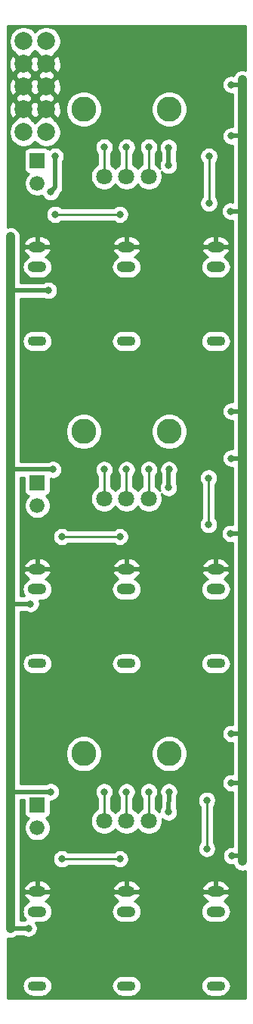
<source format=gbr>
G04 #@! TF.GenerationSoftware,KiCad,Pcbnew,5.1.9-73d0e3b20d~88~ubuntu20.04.1*
G04 #@! TF.CreationDate,2021-04-14T10:28:40-07:00*
G04 #@! TF.ProjectId,3xVCA,33785643-412e-46b6-9963-61645f706362,rev?*
G04 #@! TF.SameCoordinates,Original*
G04 #@! TF.FileFunction,Copper,L2,Bot*
G04 #@! TF.FilePolarity,Positive*
%FSLAX46Y46*%
G04 Gerber Fmt 4.6, Leading zero omitted, Abs format (unit mm)*
G04 Created by KiCad (PCBNEW 5.1.9-73d0e3b20d~88~ubuntu20.04.1) date 2021-04-14 10:28:40*
%MOMM*%
%LPD*%
G01*
G04 APERTURE LIST*
G04 #@! TA.AperFunction,ComponentPad*
%ADD10C,1.676400*%
G04 #@! TD*
G04 #@! TA.AperFunction,ComponentPad*
%ADD11R,1.676400X1.676400*%
G04 #@! TD*
G04 #@! TA.AperFunction,ComponentPad*
%ADD12O,1.900000X1.200000*%
G04 #@! TD*
G04 #@! TA.AperFunction,ComponentPad*
%ADD13O,2.100000X1.200000*%
G04 #@! TD*
G04 #@! TA.AperFunction,ComponentPad*
%ADD14O,2.100000X1.100000*%
G04 #@! TD*
G04 #@! TA.AperFunction,ComponentPad*
%ADD15C,2.800000*%
G04 #@! TD*
G04 #@! TA.AperFunction,ComponentPad*
%ADD16C,1.800000*%
G04 #@! TD*
G04 #@! TA.AperFunction,ComponentPad*
%ADD17C,2.000000*%
G04 #@! TD*
G04 #@! TA.AperFunction,ViaPad*
%ADD18C,0.800000*%
G04 #@! TD*
G04 #@! TA.AperFunction,Conductor*
%ADD19C,0.250000*%
G04 #@! TD*
G04 #@! TA.AperFunction,Conductor*
%ADD20C,0.500000*%
G04 #@! TD*
G04 #@! TA.AperFunction,Conductor*
%ADD21C,1.000000*%
G04 #@! TD*
G04 #@! TA.AperFunction,Conductor*
%ADD22C,0.254000*%
G04 #@! TD*
G04 #@! TA.AperFunction,Conductor*
%ADD23C,0.100000*%
G04 #@! TD*
G04 APERTURE END LIST*
D10*
X4000000Y91730000D03*
D11*
X4000000Y94270000D03*
D10*
X4000000Y55730000D03*
D11*
X4000000Y58270000D03*
D10*
X4000000Y19730000D03*
D11*
X4000000Y22270000D03*
D12*
X14000000Y12620500D03*
D13*
X14000000Y10380000D03*
D14*
X14000000Y2080000D03*
D12*
X24000000Y12620500D03*
D13*
X24000000Y10380000D03*
D14*
X24000000Y2080000D03*
D12*
X4000000Y12620500D03*
D13*
X4000000Y10380000D03*
D14*
X4000000Y2080000D03*
D12*
X14000000Y48620500D03*
D13*
X14000000Y46380000D03*
D14*
X14000000Y38080000D03*
D12*
X4000000Y48620500D03*
D13*
X4000000Y46380000D03*
D14*
X4000000Y38080000D03*
D12*
X24000000Y48620500D03*
D13*
X24000000Y46380000D03*
D14*
X24000000Y38080000D03*
D12*
X4000000Y84620500D03*
D13*
X4000000Y82380000D03*
D14*
X4000000Y74080000D03*
D12*
X24000000Y84620500D03*
D13*
X24000000Y82380000D03*
D14*
X24000000Y74080000D03*
D12*
X14000000Y84620500D03*
D13*
X14000000Y82380000D03*
D14*
X14000000Y74080000D03*
D15*
X9200000Y27998000D03*
X18800000Y27998000D03*
D16*
X11500000Y20498000D03*
X16500000Y20498000D03*
X14000000Y20498000D03*
D15*
X9200000Y63998000D03*
X18800000Y63998000D03*
D16*
X11500000Y56498000D03*
X16500000Y56498000D03*
X14000000Y56498000D03*
D15*
X9200000Y99998000D03*
X18800000Y99998000D03*
D16*
X11500000Y92498000D03*
X16500000Y92498000D03*
X14000000Y92498000D03*
D17*
X5020000Y107580000D03*
X2480000Y107580000D03*
X5020000Y105040000D03*
X2480000Y105040000D03*
X5020000Y102500000D03*
X2480000Y102500000D03*
X5020000Y99960000D03*
X2480000Y99960000D03*
X5020000Y97420000D03*
X2480000Y97420000D03*
D18*
X25500000Y108750000D03*
X5500000Y87000000D03*
X7000000Y25750000D03*
X13250000Y14750000D03*
X24825000Y23325000D03*
X7000000Y61750000D03*
X24825000Y59325000D03*
X13250000Y50750000D03*
X24825000Y95325000D03*
X13250000Y86750000D03*
X25250000Y100750000D03*
X21175000Y20175000D03*
X21000000Y18500000D03*
X21000000Y54500000D03*
X21075000Y56175000D03*
X20825000Y92175000D03*
X21000000Y90500000D03*
X16500000Y95750000D03*
X14000000Y95750000D03*
X6000000Y88250000D03*
X13250000Y88250000D03*
X27000000Y103275000D03*
X18725000Y21475000D03*
X25750000Y24750000D03*
X25750000Y30250000D03*
X18725000Y57725000D03*
X18750000Y59750000D03*
X25750000Y61000000D03*
X25750000Y66250000D03*
X25750000Y97000000D03*
X18750000Y23750000D03*
X18725000Y93725000D03*
X18725000Y95725000D03*
X25750000Y102750000D03*
X25800000Y16600000D03*
X25650000Y52600000D03*
X25650000Y88600000D03*
X1000000Y85750000D03*
X5500000Y23750000D03*
X3000000Y8500000D03*
X5750000Y59750000D03*
X3250000Y44750000D03*
X5250000Y79750000D03*
X6000000Y94750000D03*
X5500000Y90750000D03*
X23250000Y89500000D03*
X23250000Y94750000D03*
X23200000Y53600000D03*
X23200000Y58800000D03*
X23000000Y17400000D03*
X23000000Y22800000D03*
X11500000Y95750000D03*
X16500000Y59750000D03*
X6750000Y52250000D03*
X13250000Y52250000D03*
X14000000Y59750000D03*
X11500000Y59750000D03*
X16500000Y23750000D03*
X6750000Y16250000D03*
X13250000Y16250000D03*
X14000000Y23750000D03*
X11500000Y23750000D03*
D19*
X16500000Y92498000D02*
X16500000Y95750000D01*
X14000000Y92498000D02*
X14000000Y95750000D01*
X6000000Y88250000D02*
X13250000Y88250000D01*
D20*
X26750000Y24750000D02*
X27000000Y24500000D01*
X25750000Y24750000D02*
X26750000Y24750000D01*
D21*
X27000000Y25250000D02*
X27000000Y24500000D01*
X27000000Y27000000D02*
X27000000Y25250000D01*
D20*
X26750000Y30250000D02*
X27000000Y30000000D01*
X25750000Y30250000D02*
X26750000Y30250000D01*
D21*
X27000000Y30000000D02*
X27000000Y27000000D01*
X27000000Y31000000D02*
X27000000Y30000000D01*
X27000000Y52500000D02*
X27000000Y31000000D01*
D20*
X18725000Y59725000D02*
X18750000Y59750000D01*
X18725000Y57725000D02*
X18725000Y59725000D01*
D21*
X27000000Y61000000D02*
X27000000Y52500000D01*
D20*
X25750000Y61000000D02*
X27000000Y61000000D01*
X25750000Y66250000D02*
X27000000Y66250000D01*
D21*
X27000000Y66250000D02*
X27000000Y61000000D01*
D20*
X26750000Y97000000D02*
X27000000Y97250000D01*
X25750000Y97000000D02*
X26750000Y97000000D01*
D21*
X27000000Y102250000D02*
X27000000Y97250000D01*
D20*
X18725000Y21475000D02*
X18750000Y23750000D01*
X18725000Y93725000D02*
X18725000Y95725000D01*
X25750000Y102750000D02*
X27000000Y102750000D01*
D21*
X27000000Y102750000D02*
X27000000Y102250000D01*
X27000000Y103275000D02*
X27000000Y102750000D01*
X27000000Y88000000D02*
X27000000Y66250000D01*
X27000000Y24500000D02*
X27000000Y23500000D01*
D20*
X26750000Y16250000D02*
X27000000Y16000000D01*
X26600000Y16600000D02*
X27000000Y17000000D01*
X25800000Y16600000D02*
X26600000Y16600000D01*
D21*
X27000000Y17000000D02*
X27000000Y16000000D01*
X27000000Y23500000D02*
X27000000Y17000000D01*
D20*
X26900000Y52600000D02*
X27000000Y52500000D01*
X25650000Y52600000D02*
X26900000Y52600000D01*
X26850000Y88600000D02*
X27000000Y88750000D01*
X25650000Y88600000D02*
X26850000Y88600000D01*
D21*
X27000000Y88750000D02*
X27000000Y88000000D01*
X27000000Y97250000D02*
X27000000Y88750000D01*
X1000000Y85750000D02*
X1000000Y82500000D01*
D20*
X1250000Y23750000D02*
X1000000Y23500000D01*
X5500000Y23750000D02*
X1250000Y23750000D01*
D21*
X1000000Y14000000D02*
X1000000Y8500000D01*
X1000000Y23500000D02*
X1000000Y14000000D01*
D20*
X3000000Y8500000D02*
X1000000Y8500000D01*
X1250000Y59750000D02*
X1000000Y59500000D01*
X5750000Y59750000D02*
X1250000Y59750000D01*
X1250000Y44750000D02*
X1000000Y44500000D01*
X3250000Y44750000D02*
X1250000Y44750000D01*
D21*
X1000000Y44500000D02*
X1000000Y23500000D01*
X1000000Y59500000D02*
X1000000Y44500000D01*
D20*
X5250000Y79750000D02*
X1000000Y79750000D01*
D21*
X1000000Y79750000D02*
X1000000Y59500000D01*
X1000000Y82500000D02*
X1000000Y79750000D01*
D20*
X6000000Y91250000D02*
X6000000Y94750000D01*
X5500000Y90750000D02*
X6000000Y91250000D01*
D19*
X23250000Y89500000D02*
X23250000Y94750000D01*
X23200000Y53600000D02*
X23200000Y58800000D01*
X23000000Y17400000D02*
X23000000Y22800000D01*
X11500000Y95750000D02*
X11500000Y92498000D01*
X16500000Y56498000D02*
X16500000Y59750000D01*
X6750000Y52250000D02*
X13250000Y52250000D01*
X14000000Y56498000D02*
X14000000Y59750000D01*
X11500000Y56498000D02*
X11500000Y59750000D01*
X16500000Y20498000D02*
X16500000Y23750000D01*
X6750000Y16250000D02*
X13250000Y16250000D01*
X14000000Y23750000D02*
X14000000Y20498000D01*
X11500000Y23750000D02*
X11500000Y20498000D01*
D22*
X27340001Y104357933D02*
X27222498Y104393577D01*
X27000000Y104415491D01*
X26777501Y104393577D01*
X26563553Y104328676D01*
X26366377Y104223284D01*
X26193551Y104081449D01*
X26051716Y103908623D01*
X25972790Y103760961D01*
X25851939Y103785000D01*
X25648061Y103785000D01*
X25448102Y103745226D01*
X25259744Y103667205D01*
X25090226Y103553937D01*
X24946063Y103409774D01*
X24832795Y103240256D01*
X24754774Y103051898D01*
X24715000Y102851939D01*
X24715000Y102648061D01*
X24754774Y102448102D01*
X24832795Y102259744D01*
X24946063Y102090226D01*
X25090226Y101946063D01*
X25259744Y101832795D01*
X25448102Y101754774D01*
X25648061Y101715000D01*
X25851939Y101715000D01*
X25865000Y101717598D01*
X25865001Y98032402D01*
X25851939Y98035000D01*
X25648061Y98035000D01*
X25448102Y97995226D01*
X25259744Y97917205D01*
X25090226Y97803937D01*
X24946063Y97659774D01*
X24832795Y97490256D01*
X24754774Y97301898D01*
X24715000Y97101939D01*
X24715000Y96898061D01*
X24754774Y96698102D01*
X24832795Y96509744D01*
X24946063Y96340226D01*
X25090226Y96196063D01*
X25259744Y96082795D01*
X25448102Y96004774D01*
X25648061Y95965000D01*
X25851939Y95965000D01*
X25865000Y95967598D01*
X25865001Y89612511D01*
X25751939Y89635000D01*
X25548061Y89635000D01*
X25348102Y89595226D01*
X25159744Y89517205D01*
X24990226Y89403937D01*
X24846063Y89259774D01*
X24732795Y89090256D01*
X24654774Y88901898D01*
X24615000Y88701939D01*
X24615000Y88498061D01*
X24654774Y88298102D01*
X24732795Y88109744D01*
X24846063Y87940226D01*
X24990226Y87796063D01*
X25159744Y87682795D01*
X25348102Y87604774D01*
X25548061Y87565000D01*
X25751939Y87565000D01*
X25865000Y87587489D01*
X25865001Y67282402D01*
X25851939Y67285000D01*
X25648061Y67285000D01*
X25448102Y67245226D01*
X25259744Y67167205D01*
X25090226Y67053937D01*
X24946063Y66909774D01*
X24832795Y66740256D01*
X24754774Y66551898D01*
X24715000Y66351939D01*
X24715000Y66148061D01*
X24754774Y65948102D01*
X24832795Y65759744D01*
X24946063Y65590226D01*
X25090226Y65446063D01*
X25259744Y65332795D01*
X25448102Y65254774D01*
X25648061Y65215000D01*
X25851939Y65215000D01*
X25865000Y65217598D01*
X25865001Y62032402D01*
X25851939Y62035000D01*
X25648061Y62035000D01*
X25448102Y61995226D01*
X25259744Y61917205D01*
X25090226Y61803937D01*
X24946063Y61659774D01*
X24832795Y61490256D01*
X24754774Y61301898D01*
X24715000Y61101939D01*
X24715000Y60898061D01*
X24754774Y60698102D01*
X24832795Y60509744D01*
X24946063Y60340226D01*
X25090226Y60196063D01*
X25259744Y60082795D01*
X25448102Y60004774D01*
X25648061Y59965000D01*
X25851939Y59965000D01*
X25865000Y59967598D01*
X25865001Y53612511D01*
X25751939Y53635000D01*
X25548061Y53635000D01*
X25348102Y53595226D01*
X25159744Y53517205D01*
X24990226Y53403937D01*
X24846063Y53259774D01*
X24732795Y53090256D01*
X24654774Y52901898D01*
X24615000Y52701939D01*
X24615000Y52498061D01*
X24654774Y52298102D01*
X24732795Y52109744D01*
X24846063Y51940226D01*
X24990226Y51796063D01*
X25159744Y51682795D01*
X25348102Y51604774D01*
X25548061Y51565000D01*
X25751939Y51565000D01*
X25865000Y51587489D01*
X25865001Y31282402D01*
X25851939Y31285000D01*
X25648061Y31285000D01*
X25448102Y31245226D01*
X25259744Y31167205D01*
X25090226Y31053937D01*
X24946063Y30909774D01*
X24832795Y30740256D01*
X24754774Y30551898D01*
X24715000Y30351939D01*
X24715000Y30148061D01*
X24754774Y29948102D01*
X24832795Y29759744D01*
X24946063Y29590226D01*
X25090226Y29446063D01*
X25259744Y29332795D01*
X25448102Y29254774D01*
X25648061Y29215000D01*
X25851939Y29215000D01*
X25865000Y29217598D01*
X25865001Y27055761D01*
X25865000Y27055751D01*
X25865000Y25782402D01*
X25851939Y25785000D01*
X25648061Y25785000D01*
X25448102Y25745226D01*
X25259744Y25667205D01*
X25090226Y25553937D01*
X24946063Y25409774D01*
X24832795Y25240256D01*
X24754774Y25051898D01*
X24715000Y24851939D01*
X24715000Y24648061D01*
X24754774Y24448102D01*
X24832795Y24259744D01*
X24946063Y24090226D01*
X25090226Y23946063D01*
X25259744Y23832795D01*
X25448102Y23754774D01*
X25648061Y23715000D01*
X25851939Y23715000D01*
X25865000Y23717598D01*
X25865000Y23555751D01*
X25865001Y17635000D01*
X25698061Y17635000D01*
X25498102Y17595226D01*
X25309744Y17517205D01*
X25140226Y17403937D01*
X24996063Y17259774D01*
X24882795Y17090256D01*
X24804774Y16901898D01*
X24765000Y16701939D01*
X24765000Y16498061D01*
X24804774Y16298102D01*
X24882795Y16109744D01*
X24996063Y15940226D01*
X25140226Y15796063D01*
X25309744Y15682795D01*
X25498102Y15604774D01*
X25698061Y15565000D01*
X25901939Y15565000D01*
X25943384Y15573244D01*
X25946324Y15563553D01*
X26051717Y15366377D01*
X26193552Y15193551D01*
X26366378Y15051716D01*
X26563554Y14946324D01*
X26777502Y14881423D01*
X27000000Y14859509D01*
X27222499Y14881423D01*
X27340000Y14917067D01*
X27340000Y660000D01*
X660000Y660000D01*
X660000Y2080000D01*
X2309267Y2080000D01*
X2332147Y1847700D01*
X2399906Y1624326D01*
X2509942Y1418464D01*
X2658025Y1238025D01*
X2838464Y1089942D01*
X3044326Y979906D01*
X3267700Y912147D01*
X3441793Y895000D01*
X4558207Y895000D01*
X4732300Y912147D01*
X4955674Y979906D01*
X5161536Y1089942D01*
X5341975Y1238025D01*
X5490058Y1418464D01*
X5600094Y1624326D01*
X5667853Y1847700D01*
X5690733Y2080000D01*
X12309267Y2080000D01*
X12332147Y1847700D01*
X12399906Y1624326D01*
X12509942Y1418464D01*
X12658025Y1238025D01*
X12838464Y1089942D01*
X13044326Y979906D01*
X13267700Y912147D01*
X13441793Y895000D01*
X14558207Y895000D01*
X14732300Y912147D01*
X14955674Y979906D01*
X15161536Y1089942D01*
X15341975Y1238025D01*
X15490058Y1418464D01*
X15600094Y1624326D01*
X15667853Y1847700D01*
X15690733Y2080000D01*
X22309267Y2080000D01*
X22332147Y1847700D01*
X22399906Y1624326D01*
X22509942Y1418464D01*
X22658025Y1238025D01*
X22838464Y1089942D01*
X23044326Y979906D01*
X23267700Y912147D01*
X23441793Y895000D01*
X24558207Y895000D01*
X24732300Y912147D01*
X24955674Y979906D01*
X25161536Y1089942D01*
X25341975Y1238025D01*
X25490058Y1418464D01*
X25600094Y1624326D01*
X25667853Y1847700D01*
X25690733Y2080000D01*
X25667853Y2312300D01*
X25600094Y2535674D01*
X25490058Y2741536D01*
X25341975Y2921975D01*
X25161536Y3070058D01*
X24955674Y3180094D01*
X24732300Y3247853D01*
X24558207Y3265000D01*
X23441793Y3265000D01*
X23267700Y3247853D01*
X23044326Y3180094D01*
X22838464Y3070058D01*
X22658025Y2921975D01*
X22509942Y2741536D01*
X22399906Y2535674D01*
X22332147Y2312300D01*
X22309267Y2080000D01*
X15690733Y2080000D01*
X15667853Y2312300D01*
X15600094Y2535674D01*
X15490058Y2741536D01*
X15341975Y2921975D01*
X15161536Y3070058D01*
X14955674Y3180094D01*
X14732300Y3247853D01*
X14558207Y3265000D01*
X13441793Y3265000D01*
X13267700Y3247853D01*
X13044326Y3180094D01*
X12838464Y3070058D01*
X12658025Y2921975D01*
X12509942Y2741536D01*
X12399906Y2535674D01*
X12332147Y2312300D01*
X12309267Y2080000D01*
X5690733Y2080000D01*
X5667853Y2312300D01*
X5600094Y2535674D01*
X5490058Y2741536D01*
X5341975Y2921975D01*
X5161536Y3070058D01*
X4955674Y3180094D01*
X4732300Y3247853D01*
X4558207Y3265000D01*
X3441793Y3265000D01*
X3267700Y3247853D01*
X3044326Y3180094D01*
X2838464Y3070058D01*
X2658025Y2921975D01*
X2509942Y2741536D01*
X2399906Y2535674D01*
X2332147Y2312300D01*
X2309267Y2080000D01*
X660000Y2080000D01*
X660000Y7417067D01*
X777502Y7381423D01*
X1000000Y7359509D01*
X1222499Y7381423D01*
X1436447Y7446324D01*
X1633623Y7551716D01*
X1710735Y7615000D01*
X2461546Y7615000D01*
X2509744Y7582795D01*
X2698102Y7504774D01*
X2898061Y7465000D01*
X3101939Y7465000D01*
X3301898Y7504774D01*
X3490256Y7582795D01*
X3659774Y7696063D01*
X3803937Y7840226D01*
X3917205Y8009744D01*
X3995226Y8198102D01*
X4035000Y8398061D01*
X4035000Y8601939D01*
X3995226Y8801898D01*
X3917205Y8990256D01*
X3813809Y9145000D01*
X4510665Y9145000D01*
X4692102Y9162870D01*
X4924901Y9233489D01*
X5139449Y9348167D01*
X5327502Y9502498D01*
X5481833Y9690551D01*
X5596511Y9905099D01*
X5667130Y10137898D01*
X5690975Y10380000D01*
X12309025Y10380000D01*
X12332870Y10137898D01*
X12403489Y9905099D01*
X12518167Y9690551D01*
X12672498Y9502498D01*
X12860551Y9348167D01*
X13075099Y9233489D01*
X13307898Y9162870D01*
X13489335Y9145000D01*
X14510665Y9145000D01*
X14692102Y9162870D01*
X14924901Y9233489D01*
X15139449Y9348167D01*
X15327502Y9502498D01*
X15481833Y9690551D01*
X15596511Y9905099D01*
X15667130Y10137898D01*
X15690975Y10380000D01*
X22309025Y10380000D01*
X22332870Y10137898D01*
X22403489Y9905099D01*
X22518167Y9690551D01*
X22672498Y9502498D01*
X22860551Y9348167D01*
X23075099Y9233489D01*
X23307898Y9162870D01*
X23489335Y9145000D01*
X24510665Y9145000D01*
X24692102Y9162870D01*
X24924901Y9233489D01*
X25139449Y9348167D01*
X25327502Y9502498D01*
X25481833Y9690551D01*
X25596511Y9905099D01*
X25667130Y10137898D01*
X25690975Y10380000D01*
X25667130Y10622102D01*
X25596511Y10854901D01*
X25481833Y11069449D01*
X25327502Y11257502D01*
X25139449Y11411833D01*
X24929838Y11523872D01*
X24939946Y11528110D01*
X25141725Y11664193D01*
X25313078Y11837026D01*
X25447421Y12039967D01*
X25539591Y12265218D01*
X25543462Y12302891D01*
X25418731Y12493500D01*
X24127000Y12493500D01*
X24127000Y12473500D01*
X23873000Y12473500D01*
X23873000Y12493500D01*
X22581269Y12493500D01*
X22456538Y12302891D01*
X22460409Y12265218D01*
X22552579Y12039967D01*
X22686922Y11837026D01*
X22858275Y11664193D01*
X23060054Y11528110D01*
X23070162Y11523872D01*
X22860551Y11411833D01*
X22672498Y11257502D01*
X22518167Y11069449D01*
X22403489Y10854901D01*
X22332870Y10622102D01*
X22309025Y10380000D01*
X15690975Y10380000D01*
X15667130Y10622102D01*
X15596511Y10854901D01*
X15481833Y11069449D01*
X15327502Y11257502D01*
X15139449Y11411833D01*
X14929838Y11523872D01*
X14939946Y11528110D01*
X15141725Y11664193D01*
X15313078Y11837026D01*
X15447421Y12039967D01*
X15539591Y12265218D01*
X15543462Y12302891D01*
X15418731Y12493500D01*
X14127000Y12493500D01*
X14127000Y12473500D01*
X13873000Y12473500D01*
X13873000Y12493500D01*
X12581269Y12493500D01*
X12456538Y12302891D01*
X12460409Y12265218D01*
X12552579Y12039967D01*
X12686922Y11837026D01*
X12858275Y11664193D01*
X13060054Y11528110D01*
X13070162Y11523872D01*
X12860551Y11411833D01*
X12672498Y11257502D01*
X12518167Y11069449D01*
X12403489Y10854901D01*
X12332870Y10622102D01*
X12309025Y10380000D01*
X5690975Y10380000D01*
X5667130Y10622102D01*
X5596511Y10854901D01*
X5481833Y11069449D01*
X5327502Y11257502D01*
X5139449Y11411833D01*
X4929838Y11523872D01*
X4939946Y11528110D01*
X5141725Y11664193D01*
X5313078Y11837026D01*
X5447421Y12039967D01*
X5539591Y12265218D01*
X5543462Y12302891D01*
X5418731Y12493500D01*
X4127000Y12493500D01*
X4127000Y12473500D01*
X3873000Y12473500D01*
X3873000Y12493500D01*
X2581269Y12493500D01*
X2456538Y12302891D01*
X2460409Y12265218D01*
X2552579Y12039967D01*
X2686922Y11837026D01*
X2858275Y11664193D01*
X3060054Y11528110D01*
X3070162Y11523872D01*
X2860551Y11411833D01*
X2672498Y11257502D01*
X2518167Y11069449D01*
X2403489Y10854901D01*
X2332870Y10622102D01*
X2309025Y10380000D01*
X2332870Y10137898D01*
X2403489Y9905099D01*
X2518167Y9690551D01*
X2672498Y9502498D01*
X2686975Y9490617D01*
X2509744Y9417205D01*
X2461546Y9385000D01*
X2135000Y9385000D01*
X2135000Y12938109D01*
X2456538Y12938109D01*
X2581269Y12747500D01*
X3873000Y12747500D01*
X3873000Y13855500D01*
X4127000Y13855500D01*
X4127000Y12747500D01*
X5418731Y12747500D01*
X5543462Y12938109D01*
X12456538Y12938109D01*
X12581269Y12747500D01*
X13873000Y12747500D01*
X13873000Y13855500D01*
X14127000Y13855500D01*
X14127000Y12747500D01*
X15418731Y12747500D01*
X15543462Y12938109D01*
X22456538Y12938109D01*
X22581269Y12747500D01*
X23873000Y12747500D01*
X23873000Y13855500D01*
X24127000Y13855500D01*
X24127000Y12747500D01*
X25418731Y12747500D01*
X25543462Y12938109D01*
X25539591Y12975782D01*
X25447421Y13201033D01*
X25313078Y13403974D01*
X25141725Y13576807D01*
X24939946Y13712890D01*
X24715496Y13806993D01*
X24477000Y13855500D01*
X24127000Y13855500D01*
X23873000Y13855500D01*
X23523000Y13855500D01*
X23284504Y13806993D01*
X23060054Y13712890D01*
X22858275Y13576807D01*
X22686922Y13403974D01*
X22552579Y13201033D01*
X22460409Y12975782D01*
X22456538Y12938109D01*
X15543462Y12938109D01*
X15539591Y12975782D01*
X15447421Y13201033D01*
X15313078Y13403974D01*
X15141725Y13576807D01*
X14939946Y13712890D01*
X14715496Y13806993D01*
X14477000Y13855500D01*
X14127000Y13855500D01*
X13873000Y13855500D01*
X13523000Y13855500D01*
X13284504Y13806993D01*
X13060054Y13712890D01*
X12858275Y13576807D01*
X12686922Y13403974D01*
X12552579Y13201033D01*
X12460409Y12975782D01*
X12456538Y12938109D01*
X5543462Y12938109D01*
X5539591Y12975782D01*
X5447421Y13201033D01*
X5313078Y13403974D01*
X5141725Y13576807D01*
X4939946Y13712890D01*
X4715496Y13806993D01*
X4477000Y13855500D01*
X4127000Y13855500D01*
X3873000Y13855500D01*
X3523000Y13855500D01*
X3284504Y13806993D01*
X3060054Y13712890D01*
X2858275Y13576807D01*
X2686922Y13403974D01*
X2552579Y13201033D01*
X2460409Y12975782D01*
X2456538Y12938109D01*
X2135000Y12938109D01*
X2135000Y16351939D01*
X5715000Y16351939D01*
X5715000Y16148061D01*
X5754774Y15948102D01*
X5832795Y15759744D01*
X5946063Y15590226D01*
X6090226Y15446063D01*
X6259744Y15332795D01*
X6448102Y15254774D01*
X6648061Y15215000D01*
X6851939Y15215000D01*
X7051898Y15254774D01*
X7240256Y15332795D01*
X7409774Y15446063D01*
X7453711Y15490000D01*
X12546289Y15490000D01*
X12590226Y15446063D01*
X12759744Y15332795D01*
X12948102Y15254774D01*
X13148061Y15215000D01*
X13351939Y15215000D01*
X13551898Y15254774D01*
X13740256Y15332795D01*
X13909774Y15446063D01*
X14053937Y15590226D01*
X14167205Y15759744D01*
X14245226Y15948102D01*
X14285000Y16148061D01*
X14285000Y16351939D01*
X14245226Y16551898D01*
X14167205Y16740256D01*
X14053937Y16909774D01*
X13909774Y17053937D01*
X13740256Y17167205D01*
X13551898Y17245226D01*
X13351939Y17285000D01*
X13148061Y17285000D01*
X12948102Y17245226D01*
X12759744Y17167205D01*
X12590226Y17053937D01*
X12546289Y17010000D01*
X7453711Y17010000D01*
X7409774Y17053937D01*
X7240256Y17167205D01*
X7051898Y17245226D01*
X6851939Y17285000D01*
X6648061Y17285000D01*
X6448102Y17245226D01*
X6259744Y17167205D01*
X6090226Y17053937D01*
X5946063Y16909774D01*
X5832795Y16740256D01*
X5754774Y16551898D01*
X5715000Y16351939D01*
X2135000Y16351939D01*
X2135000Y22865000D01*
X2523728Y22865000D01*
X2523728Y21431800D01*
X2535988Y21307318D01*
X2572298Y21187620D01*
X2631263Y21077306D01*
X2710615Y20980615D01*
X2807306Y20901263D01*
X2917620Y20842298D01*
X3002984Y20816403D01*
X2855691Y20669110D01*
X2694467Y20427822D01*
X2583414Y20159717D01*
X2526800Y19875098D01*
X2526800Y19584902D01*
X2583414Y19300283D01*
X2694467Y19032178D01*
X2855691Y18790890D01*
X3060890Y18585691D01*
X3302178Y18424467D01*
X3570283Y18313414D01*
X3854902Y18256800D01*
X4145098Y18256800D01*
X4429717Y18313414D01*
X4697822Y18424467D01*
X4939110Y18585691D01*
X5144309Y18790890D01*
X5305533Y19032178D01*
X5416586Y19300283D01*
X5473200Y19584902D01*
X5473200Y19875098D01*
X5416586Y20159717D01*
X5305533Y20427822D01*
X5157624Y20649184D01*
X9965000Y20649184D01*
X9965000Y20346816D01*
X10023989Y20050257D01*
X10139701Y19770905D01*
X10307688Y19519495D01*
X10521495Y19305688D01*
X10772905Y19137701D01*
X11052257Y19021989D01*
X11348816Y18963000D01*
X11651184Y18963000D01*
X11947743Y19021989D01*
X12227095Y19137701D01*
X12478505Y19305688D01*
X12692312Y19519495D01*
X12750000Y19605831D01*
X12807688Y19519495D01*
X13021495Y19305688D01*
X13272905Y19137701D01*
X13552257Y19021989D01*
X13848816Y18963000D01*
X14151184Y18963000D01*
X14447743Y19021989D01*
X14727095Y19137701D01*
X14978505Y19305688D01*
X15192312Y19519495D01*
X15250000Y19605831D01*
X15307688Y19519495D01*
X15521495Y19305688D01*
X15772905Y19137701D01*
X16052257Y19021989D01*
X16348816Y18963000D01*
X16651184Y18963000D01*
X16947743Y19021989D01*
X17227095Y19137701D01*
X17478505Y19305688D01*
X17692312Y19519495D01*
X17860299Y19770905D01*
X17976011Y20050257D01*
X18035000Y20346816D01*
X18035000Y20649184D01*
X18022062Y20714227D01*
X18065226Y20671063D01*
X18234744Y20557795D01*
X18423102Y20479774D01*
X18623061Y20440000D01*
X18826939Y20440000D01*
X19026898Y20479774D01*
X19215256Y20557795D01*
X19384774Y20671063D01*
X19528937Y20815226D01*
X19642205Y20984744D01*
X19720226Y21173102D01*
X19760000Y21373061D01*
X19760000Y21576939D01*
X19720226Y21776898D01*
X19642205Y21965256D01*
X19615873Y22004664D01*
X19625733Y22901939D01*
X21965000Y22901939D01*
X21965000Y22698061D01*
X22004774Y22498102D01*
X22082795Y22309744D01*
X22196063Y22140226D01*
X22240001Y22096288D01*
X22240000Y18103711D01*
X22196063Y18059774D01*
X22082795Y17890256D01*
X22004774Y17701898D01*
X21965000Y17501939D01*
X21965000Y17298061D01*
X22004774Y17098102D01*
X22082795Y16909744D01*
X22196063Y16740226D01*
X22340226Y16596063D01*
X22509744Y16482795D01*
X22698102Y16404774D01*
X22898061Y16365000D01*
X23101939Y16365000D01*
X23301898Y16404774D01*
X23490256Y16482795D01*
X23659774Y16596063D01*
X23803937Y16740226D01*
X23917205Y16909744D01*
X23995226Y17098102D01*
X24035000Y17298061D01*
X24035000Y17501939D01*
X23995226Y17701898D01*
X23917205Y17890256D01*
X23803937Y18059774D01*
X23760000Y18103711D01*
X23760000Y22096289D01*
X23803937Y22140226D01*
X23917205Y22309744D01*
X23995226Y22498102D01*
X24035000Y22698061D01*
X24035000Y22901939D01*
X23995226Y23101898D01*
X23917205Y23290256D01*
X23803937Y23459774D01*
X23659774Y23603937D01*
X23490256Y23717205D01*
X23301898Y23795226D01*
X23101939Y23835000D01*
X22898061Y23835000D01*
X22698102Y23795226D01*
X22509744Y23717205D01*
X22340226Y23603937D01*
X22196063Y23459774D01*
X22082795Y23290256D01*
X22004774Y23101898D01*
X21965000Y22901939D01*
X19625733Y22901939D01*
X19629038Y23202623D01*
X19667205Y23259744D01*
X19745226Y23448102D01*
X19785000Y23648061D01*
X19785000Y23851939D01*
X19745226Y24051898D01*
X19667205Y24240256D01*
X19553937Y24409774D01*
X19409774Y24553937D01*
X19240256Y24667205D01*
X19051898Y24745226D01*
X18851939Y24785000D01*
X18648061Y24785000D01*
X18448102Y24745226D01*
X18259744Y24667205D01*
X18090226Y24553937D01*
X17946063Y24409774D01*
X17832795Y24240256D01*
X17754774Y24051898D01*
X17715000Y23851939D01*
X17715000Y23648061D01*
X17754774Y23448102D01*
X17832795Y23259744D01*
X17859127Y23220336D01*
X17845962Y22022377D01*
X17807795Y21965256D01*
X17729774Y21776898D01*
X17690000Y21576939D01*
X17690000Y21478817D01*
X17478505Y21690312D01*
X17260000Y21836313D01*
X17260000Y23046289D01*
X17303937Y23090226D01*
X17417205Y23259744D01*
X17495226Y23448102D01*
X17535000Y23648061D01*
X17535000Y23851939D01*
X17495226Y24051898D01*
X17417205Y24240256D01*
X17303937Y24409774D01*
X17159774Y24553937D01*
X16990256Y24667205D01*
X16801898Y24745226D01*
X16601939Y24785000D01*
X16398061Y24785000D01*
X16198102Y24745226D01*
X16009744Y24667205D01*
X15840226Y24553937D01*
X15696063Y24409774D01*
X15582795Y24240256D01*
X15504774Y24051898D01*
X15465000Y23851939D01*
X15465000Y23648061D01*
X15504774Y23448102D01*
X15582795Y23259744D01*
X15696063Y23090226D01*
X15740001Y23046288D01*
X15740000Y21836313D01*
X15521495Y21690312D01*
X15307688Y21476505D01*
X15250000Y21390169D01*
X15192312Y21476505D01*
X14978505Y21690312D01*
X14760000Y21836313D01*
X14760000Y23046289D01*
X14803937Y23090226D01*
X14917205Y23259744D01*
X14995226Y23448102D01*
X15035000Y23648061D01*
X15035000Y23851939D01*
X14995226Y24051898D01*
X14917205Y24240256D01*
X14803937Y24409774D01*
X14659774Y24553937D01*
X14490256Y24667205D01*
X14301898Y24745226D01*
X14101939Y24785000D01*
X13898061Y24785000D01*
X13698102Y24745226D01*
X13509744Y24667205D01*
X13340226Y24553937D01*
X13196063Y24409774D01*
X13082795Y24240256D01*
X13004774Y24051898D01*
X12965000Y23851939D01*
X12965000Y23648061D01*
X13004774Y23448102D01*
X13082795Y23259744D01*
X13196063Y23090226D01*
X13240000Y23046289D01*
X13240001Y21836313D01*
X13021495Y21690312D01*
X12807688Y21476505D01*
X12750000Y21390169D01*
X12692312Y21476505D01*
X12478505Y21690312D01*
X12260000Y21836313D01*
X12260000Y23046289D01*
X12303937Y23090226D01*
X12417205Y23259744D01*
X12495226Y23448102D01*
X12535000Y23648061D01*
X12535000Y23851939D01*
X12495226Y24051898D01*
X12417205Y24240256D01*
X12303937Y24409774D01*
X12159774Y24553937D01*
X11990256Y24667205D01*
X11801898Y24745226D01*
X11601939Y24785000D01*
X11398061Y24785000D01*
X11198102Y24745226D01*
X11009744Y24667205D01*
X10840226Y24553937D01*
X10696063Y24409774D01*
X10582795Y24240256D01*
X10504774Y24051898D01*
X10465000Y23851939D01*
X10465000Y23648061D01*
X10504774Y23448102D01*
X10582795Y23259744D01*
X10696063Y23090226D01*
X10740000Y23046289D01*
X10740001Y21836313D01*
X10521495Y21690312D01*
X10307688Y21476505D01*
X10139701Y21225095D01*
X10023989Y20945743D01*
X9965000Y20649184D01*
X5157624Y20649184D01*
X5144309Y20669110D01*
X4997016Y20816403D01*
X5082380Y20842298D01*
X5192694Y20901263D01*
X5289385Y20980615D01*
X5368737Y21077306D01*
X5427702Y21187620D01*
X5464012Y21307318D01*
X5476272Y21431800D01*
X5476272Y22715000D01*
X5601939Y22715000D01*
X5801898Y22754774D01*
X5990256Y22832795D01*
X6159774Y22946063D01*
X6303937Y23090226D01*
X6417205Y23259744D01*
X6495226Y23448102D01*
X6535000Y23648061D01*
X6535000Y23851939D01*
X6495226Y24051898D01*
X6417205Y24240256D01*
X6303937Y24409774D01*
X6159774Y24553937D01*
X5990256Y24667205D01*
X5801898Y24745226D01*
X5601939Y24785000D01*
X5398061Y24785000D01*
X5198102Y24745226D01*
X5009744Y24667205D01*
X4961546Y24635000D01*
X2135000Y24635000D01*
X2135000Y28198430D01*
X7165000Y28198430D01*
X7165000Y27797570D01*
X7243204Y27404413D01*
X7396607Y27034066D01*
X7619313Y26700763D01*
X7902763Y26417313D01*
X8236066Y26194607D01*
X8606413Y26041204D01*
X8999570Y25963000D01*
X9400430Y25963000D01*
X9793587Y26041204D01*
X10163934Y26194607D01*
X10497237Y26417313D01*
X10780687Y26700763D01*
X11003393Y27034066D01*
X11156796Y27404413D01*
X11235000Y27797570D01*
X11235000Y28198430D01*
X16765000Y28198430D01*
X16765000Y27797570D01*
X16843204Y27404413D01*
X16996607Y27034066D01*
X17219313Y26700763D01*
X17502763Y26417313D01*
X17836066Y26194607D01*
X18206413Y26041204D01*
X18599570Y25963000D01*
X19000430Y25963000D01*
X19393587Y26041204D01*
X19763934Y26194607D01*
X20097237Y26417313D01*
X20380687Y26700763D01*
X20603393Y27034066D01*
X20756796Y27404413D01*
X20835000Y27797570D01*
X20835000Y28198430D01*
X20756796Y28591587D01*
X20603393Y28961934D01*
X20380687Y29295237D01*
X20097237Y29578687D01*
X19763934Y29801393D01*
X19393587Y29954796D01*
X19000430Y30033000D01*
X18599570Y30033000D01*
X18206413Y29954796D01*
X17836066Y29801393D01*
X17502763Y29578687D01*
X17219313Y29295237D01*
X16996607Y28961934D01*
X16843204Y28591587D01*
X16765000Y28198430D01*
X11235000Y28198430D01*
X11156796Y28591587D01*
X11003393Y28961934D01*
X10780687Y29295237D01*
X10497237Y29578687D01*
X10163934Y29801393D01*
X9793587Y29954796D01*
X9400430Y30033000D01*
X8999570Y30033000D01*
X8606413Y29954796D01*
X8236066Y29801393D01*
X7902763Y29578687D01*
X7619313Y29295237D01*
X7396607Y28961934D01*
X7243204Y28591587D01*
X7165000Y28198430D01*
X2135000Y28198430D01*
X2135000Y38080000D01*
X2309267Y38080000D01*
X2332147Y37847700D01*
X2399906Y37624326D01*
X2509942Y37418464D01*
X2658025Y37238025D01*
X2838464Y37089942D01*
X3044326Y36979906D01*
X3267700Y36912147D01*
X3441793Y36895000D01*
X4558207Y36895000D01*
X4732300Y36912147D01*
X4955674Y36979906D01*
X5161536Y37089942D01*
X5341975Y37238025D01*
X5490058Y37418464D01*
X5600094Y37624326D01*
X5667853Y37847700D01*
X5690733Y38080000D01*
X12309267Y38080000D01*
X12332147Y37847700D01*
X12399906Y37624326D01*
X12509942Y37418464D01*
X12658025Y37238025D01*
X12838464Y37089942D01*
X13044326Y36979906D01*
X13267700Y36912147D01*
X13441793Y36895000D01*
X14558207Y36895000D01*
X14732300Y36912147D01*
X14955674Y36979906D01*
X15161536Y37089942D01*
X15341975Y37238025D01*
X15490058Y37418464D01*
X15600094Y37624326D01*
X15667853Y37847700D01*
X15690733Y38080000D01*
X22309267Y38080000D01*
X22332147Y37847700D01*
X22399906Y37624326D01*
X22509942Y37418464D01*
X22658025Y37238025D01*
X22838464Y37089942D01*
X23044326Y36979906D01*
X23267700Y36912147D01*
X23441793Y36895000D01*
X24558207Y36895000D01*
X24732300Y36912147D01*
X24955674Y36979906D01*
X25161536Y37089942D01*
X25341975Y37238025D01*
X25490058Y37418464D01*
X25600094Y37624326D01*
X25667853Y37847700D01*
X25690733Y38080000D01*
X25667853Y38312300D01*
X25600094Y38535674D01*
X25490058Y38741536D01*
X25341975Y38921975D01*
X25161536Y39070058D01*
X24955674Y39180094D01*
X24732300Y39247853D01*
X24558207Y39265000D01*
X23441793Y39265000D01*
X23267700Y39247853D01*
X23044326Y39180094D01*
X22838464Y39070058D01*
X22658025Y38921975D01*
X22509942Y38741536D01*
X22399906Y38535674D01*
X22332147Y38312300D01*
X22309267Y38080000D01*
X15690733Y38080000D01*
X15667853Y38312300D01*
X15600094Y38535674D01*
X15490058Y38741536D01*
X15341975Y38921975D01*
X15161536Y39070058D01*
X14955674Y39180094D01*
X14732300Y39247853D01*
X14558207Y39265000D01*
X13441793Y39265000D01*
X13267700Y39247853D01*
X13044326Y39180094D01*
X12838464Y39070058D01*
X12658025Y38921975D01*
X12509942Y38741536D01*
X12399906Y38535674D01*
X12332147Y38312300D01*
X12309267Y38080000D01*
X5690733Y38080000D01*
X5667853Y38312300D01*
X5600094Y38535674D01*
X5490058Y38741536D01*
X5341975Y38921975D01*
X5161536Y39070058D01*
X4955674Y39180094D01*
X4732300Y39247853D01*
X4558207Y39265000D01*
X3441793Y39265000D01*
X3267700Y39247853D01*
X3044326Y39180094D01*
X2838464Y39070058D01*
X2658025Y38921975D01*
X2509942Y38741536D01*
X2399906Y38535674D01*
X2332147Y38312300D01*
X2309267Y38080000D01*
X2135000Y38080000D01*
X2135000Y43865000D01*
X2711546Y43865000D01*
X2759744Y43832795D01*
X2948102Y43754774D01*
X3148061Y43715000D01*
X3351939Y43715000D01*
X3551898Y43754774D01*
X3740256Y43832795D01*
X3909774Y43946063D01*
X4053937Y44090226D01*
X4167205Y44259744D01*
X4245226Y44448102D01*
X4285000Y44648061D01*
X4285000Y44851939D01*
X4245226Y45051898D01*
X4206662Y45145000D01*
X4510665Y45145000D01*
X4692102Y45162870D01*
X4924901Y45233489D01*
X5139449Y45348167D01*
X5327502Y45502498D01*
X5481833Y45690551D01*
X5596511Y45905099D01*
X5667130Y46137898D01*
X5690975Y46380000D01*
X12309025Y46380000D01*
X12332870Y46137898D01*
X12403489Y45905099D01*
X12518167Y45690551D01*
X12672498Y45502498D01*
X12860551Y45348167D01*
X13075099Y45233489D01*
X13307898Y45162870D01*
X13489335Y45145000D01*
X14510665Y45145000D01*
X14692102Y45162870D01*
X14924901Y45233489D01*
X15139449Y45348167D01*
X15327502Y45502498D01*
X15481833Y45690551D01*
X15596511Y45905099D01*
X15667130Y46137898D01*
X15690975Y46380000D01*
X22309025Y46380000D01*
X22332870Y46137898D01*
X22403489Y45905099D01*
X22518167Y45690551D01*
X22672498Y45502498D01*
X22860551Y45348167D01*
X23075099Y45233489D01*
X23307898Y45162870D01*
X23489335Y45145000D01*
X24510665Y45145000D01*
X24692102Y45162870D01*
X24924901Y45233489D01*
X25139449Y45348167D01*
X25327502Y45502498D01*
X25481833Y45690551D01*
X25596511Y45905099D01*
X25667130Y46137898D01*
X25690975Y46380000D01*
X25667130Y46622102D01*
X25596511Y46854901D01*
X25481833Y47069449D01*
X25327502Y47257502D01*
X25139449Y47411833D01*
X24929838Y47523872D01*
X24939946Y47528110D01*
X25141725Y47664193D01*
X25313078Y47837026D01*
X25447421Y48039967D01*
X25539591Y48265218D01*
X25543462Y48302891D01*
X25418731Y48493500D01*
X24127000Y48493500D01*
X24127000Y48473500D01*
X23873000Y48473500D01*
X23873000Y48493500D01*
X22581269Y48493500D01*
X22456538Y48302891D01*
X22460409Y48265218D01*
X22552579Y48039967D01*
X22686922Y47837026D01*
X22858275Y47664193D01*
X23060054Y47528110D01*
X23070162Y47523872D01*
X22860551Y47411833D01*
X22672498Y47257502D01*
X22518167Y47069449D01*
X22403489Y46854901D01*
X22332870Y46622102D01*
X22309025Y46380000D01*
X15690975Y46380000D01*
X15667130Y46622102D01*
X15596511Y46854901D01*
X15481833Y47069449D01*
X15327502Y47257502D01*
X15139449Y47411833D01*
X14929838Y47523872D01*
X14939946Y47528110D01*
X15141725Y47664193D01*
X15313078Y47837026D01*
X15447421Y48039967D01*
X15539591Y48265218D01*
X15543462Y48302891D01*
X15418731Y48493500D01*
X14127000Y48493500D01*
X14127000Y48473500D01*
X13873000Y48473500D01*
X13873000Y48493500D01*
X12581269Y48493500D01*
X12456538Y48302891D01*
X12460409Y48265218D01*
X12552579Y48039967D01*
X12686922Y47837026D01*
X12858275Y47664193D01*
X13060054Y47528110D01*
X13070162Y47523872D01*
X12860551Y47411833D01*
X12672498Y47257502D01*
X12518167Y47069449D01*
X12403489Y46854901D01*
X12332870Y46622102D01*
X12309025Y46380000D01*
X5690975Y46380000D01*
X5667130Y46622102D01*
X5596511Y46854901D01*
X5481833Y47069449D01*
X5327502Y47257502D01*
X5139449Y47411833D01*
X4929838Y47523872D01*
X4939946Y47528110D01*
X5141725Y47664193D01*
X5313078Y47837026D01*
X5447421Y48039967D01*
X5539591Y48265218D01*
X5543462Y48302891D01*
X5418731Y48493500D01*
X4127000Y48493500D01*
X4127000Y48473500D01*
X3873000Y48473500D01*
X3873000Y48493500D01*
X2581269Y48493500D01*
X2456538Y48302891D01*
X2460409Y48265218D01*
X2552579Y48039967D01*
X2686922Y47837026D01*
X2858275Y47664193D01*
X3060054Y47528110D01*
X3070162Y47523872D01*
X2860551Y47411833D01*
X2672498Y47257502D01*
X2518167Y47069449D01*
X2403489Y46854901D01*
X2332870Y46622102D01*
X2309025Y46380000D01*
X2332870Y46137898D01*
X2403489Y45905099D01*
X2518167Y45690551D01*
X2563756Y45635000D01*
X2135000Y45635000D01*
X2135000Y48938109D01*
X2456538Y48938109D01*
X2581269Y48747500D01*
X3873000Y48747500D01*
X3873000Y49855500D01*
X4127000Y49855500D01*
X4127000Y48747500D01*
X5418731Y48747500D01*
X5543462Y48938109D01*
X12456538Y48938109D01*
X12581269Y48747500D01*
X13873000Y48747500D01*
X13873000Y49855500D01*
X14127000Y49855500D01*
X14127000Y48747500D01*
X15418731Y48747500D01*
X15543462Y48938109D01*
X22456538Y48938109D01*
X22581269Y48747500D01*
X23873000Y48747500D01*
X23873000Y49855500D01*
X24127000Y49855500D01*
X24127000Y48747500D01*
X25418731Y48747500D01*
X25543462Y48938109D01*
X25539591Y48975782D01*
X25447421Y49201033D01*
X25313078Y49403974D01*
X25141725Y49576807D01*
X24939946Y49712890D01*
X24715496Y49806993D01*
X24477000Y49855500D01*
X24127000Y49855500D01*
X23873000Y49855500D01*
X23523000Y49855500D01*
X23284504Y49806993D01*
X23060054Y49712890D01*
X22858275Y49576807D01*
X22686922Y49403974D01*
X22552579Y49201033D01*
X22460409Y48975782D01*
X22456538Y48938109D01*
X15543462Y48938109D01*
X15539591Y48975782D01*
X15447421Y49201033D01*
X15313078Y49403974D01*
X15141725Y49576807D01*
X14939946Y49712890D01*
X14715496Y49806993D01*
X14477000Y49855500D01*
X14127000Y49855500D01*
X13873000Y49855500D01*
X13523000Y49855500D01*
X13284504Y49806993D01*
X13060054Y49712890D01*
X12858275Y49576807D01*
X12686922Y49403974D01*
X12552579Y49201033D01*
X12460409Y48975782D01*
X12456538Y48938109D01*
X5543462Y48938109D01*
X5539591Y48975782D01*
X5447421Y49201033D01*
X5313078Y49403974D01*
X5141725Y49576807D01*
X4939946Y49712890D01*
X4715496Y49806993D01*
X4477000Y49855500D01*
X4127000Y49855500D01*
X3873000Y49855500D01*
X3523000Y49855500D01*
X3284504Y49806993D01*
X3060054Y49712890D01*
X2858275Y49576807D01*
X2686922Y49403974D01*
X2552579Y49201033D01*
X2460409Y48975782D01*
X2456538Y48938109D01*
X2135000Y48938109D01*
X2135000Y52351939D01*
X5715000Y52351939D01*
X5715000Y52148061D01*
X5754774Y51948102D01*
X5832795Y51759744D01*
X5946063Y51590226D01*
X6090226Y51446063D01*
X6259744Y51332795D01*
X6448102Y51254774D01*
X6648061Y51215000D01*
X6851939Y51215000D01*
X7051898Y51254774D01*
X7240256Y51332795D01*
X7409774Y51446063D01*
X7453711Y51490000D01*
X12546289Y51490000D01*
X12590226Y51446063D01*
X12759744Y51332795D01*
X12948102Y51254774D01*
X13148061Y51215000D01*
X13351939Y51215000D01*
X13551898Y51254774D01*
X13740256Y51332795D01*
X13909774Y51446063D01*
X14053937Y51590226D01*
X14167205Y51759744D01*
X14245226Y51948102D01*
X14285000Y52148061D01*
X14285000Y52351939D01*
X14245226Y52551898D01*
X14167205Y52740256D01*
X14053937Y52909774D01*
X13909774Y53053937D01*
X13740256Y53167205D01*
X13551898Y53245226D01*
X13351939Y53285000D01*
X13148061Y53285000D01*
X12948102Y53245226D01*
X12759744Y53167205D01*
X12590226Y53053937D01*
X12546289Y53010000D01*
X7453711Y53010000D01*
X7409774Y53053937D01*
X7240256Y53167205D01*
X7051898Y53245226D01*
X6851939Y53285000D01*
X6648061Y53285000D01*
X6448102Y53245226D01*
X6259744Y53167205D01*
X6090226Y53053937D01*
X5946063Y52909774D01*
X5832795Y52740256D01*
X5754774Y52551898D01*
X5715000Y52351939D01*
X2135000Y52351939D01*
X2135000Y58865000D01*
X2523728Y58865000D01*
X2523728Y57431800D01*
X2535988Y57307318D01*
X2572298Y57187620D01*
X2631263Y57077306D01*
X2710615Y56980615D01*
X2807306Y56901263D01*
X2917620Y56842298D01*
X3002984Y56816403D01*
X2855691Y56669110D01*
X2694467Y56427822D01*
X2583414Y56159717D01*
X2526800Y55875098D01*
X2526800Y55584902D01*
X2583414Y55300283D01*
X2694467Y55032178D01*
X2855691Y54790890D01*
X3060890Y54585691D01*
X3302178Y54424467D01*
X3570283Y54313414D01*
X3854902Y54256800D01*
X4145098Y54256800D01*
X4429717Y54313414D01*
X4697822Y54424467D01*
X4939110Y54585691D01*
X5144309Y54790890D01*
X5305533Y55032178D01*
X5416586Y55300283D01*
X5473200Y55584902D01*
X5473200Y55875098D01*
X5416586Y56159717D01*
X5305533Y56427822D01*
X5157624Y56649184D01*
X9965000Y56649184D01*
X9965000Y56346816D01*
X10023989Y56050257D01*
X10139701Y55770905D01*
X10307688Y55519495D01*
X10521495Y55305688D01*
X10772905Y55137701D01*
X11052257Y55021989D01*
X11348816Y54963000D01*
X11651184Y54963000D01*
X11947743Y55021989D01*
X12227095Y55137701D01*
X12478505Y55305688D01*
X12692312Y55519495D01*
X12750000Y55605831D01*
X12807688Y55519495D01*
X13021495Y55305688D01*
X13272905Y55137701D01*
X13552257Y55021989D01*
X13848816Y54963000D01*
X14151184Y54963000D01*
X14447743Y55021989D01*
X14727095Y55137701D01*
X14978505Y55305688D01*
X15192312Y55519495D01*
X15250000Y55605831D01*
X15307688Y55519495D01*
X15521495Y55305688D01*
X15772905Y55137701D01*
X16052257Y55021989D01*
X16348816Y54963000D01*
X16651184Y54963000D01*
X16947743Y55021989D01*
X17227095Y55137701D01*
X17478505Y55305688D01*
X17692312Y55519495D01*
X17860299Y55770905D01*
X17976011Y56050257D01*
X18035000Y56346816D01*
X18035000Y56649184D01*
X17976011Y56945743D01*
X17930377Y57055912D01*
X18065226Y56921063D01*
X18234744Y56807795D01*
X18423102Y56729774D01*
X18623061Y56690000D01*
X18826939Y56690000D01*
X19026898Y56729774D01*
X19215256Y56807795D01*
X19384774Y56921063D01*
X19528937Y57065226D01*
X19642205Y57234744D01*
X19720226Y57423102D01*
X19760000Y57623061D01*
X19760000Y57826939D01*
X19720226Y58026898D01*
X19642205Y58215256D01*
X19610000Y58263454D01*
X19610000Y58901939D01*
X22165000Y58901939D01*
X22165000Y58698061D01*
X22204774Y58498102D01*
X22282795Y58309744D01*
X22396063Y58140226D01*
X22440001Y58096288D01*
X22440000Y54303711D01*
X22396063Y54259774D01*
X22282795Y54090256D01*
X22204774Y53901898D01*
X22165000Y53701939D01*
X22165000Y53498061D01*
X22204774Y53298102D01*
X22282795Y53109744D01*
X22396063Y52940226D01*
X22540226Y52796063D01*
X22709744Y52682795D01*
X22898102Y52604774D01*
X23098061Y52565000D01*
X23301939Y52565000D01*
X23501898Y52604774D01*
X23690256Y52682795D01*
X23859774Y52796063D01*
X24003937Y52940226D01*
X24117205Y53109744D01*
X24195226Y53298102D01*
X24235000Y53498061D01*
X24235000Y53701939D01*
X24195226Y53901898D01*
X24117205Y54090256D01*
X24003937Y54259774D01*
X23960000Y54303711D01*
X23960000Y58096289D01*
X24003937Y58140226D01*
X24117205Y58309744D01*
X24195226Y58498102D01*
X24235000Y58698061D01*
X24235000Y58901939D01*
X24195226Y59101898D01*
X24117205Y59290256D01*
X24003937Y59459774D01*
X23859774Y59603937D01*
X23690256Y59717205D01*
X23501898Y59795226D01*
X23301939Y59835000D01*
X23098061Y59835000D01*
X22898102Y59795226D01*
X22709744Y59717205D01*
X22540226Y59603937D01*
X22396063Y59459774D01*
X22282795Y59290256D01*
X22204774Y59101898D01*
X22165000Y58901939D01*
X19610000Y58901939D01*
X19610000Y59174130D01*
X19667205Y59259744D01*
X19745226Y59448102D01*
X19785000Y59648061D01*
X19785000Y59851939D01*
X19745226Y60051898D01*
X19667205Y60240256D01*
X19553937Y60409774D01*
X19409774Y60553937D01*
X19240256Y60667205D01*
X19051898Y60745226D01*
X18851939Y60785000D01*
X18648061Y60785000D01*
X18448102Y60745226D01*
X18259744Y60667205D01*
X18090226Y60553937D01*
X17946063Y60409774D01*
X17832795Y60240256D01*
X17754774Y60051898D01*
X17715000Y59851939D01*
X17715000Y59648061D01*
X17754774Y59448102D01*
X17832795Y59259744D01*
X17840001Y59248960D01*
X17840000Y58263455D01*
X17807795Y58215256D01*
X17729774Y58026898D01*
X17690000Y57826939D01*
X17690000Y57623061D01*
X17729774Y57423102D01*
X17732676Y57416096D01*
X17692312Y57476505D01*
X17478505Y57690312D01*
X17260000Y57836313D01*
X17260000Y59046289D01*
X17303937Y59090226D01*
X17417205Y59259744D01*
X17495226Y59448102D01*
X17535000Y59648061D01*
X17535000Y59851939D01*
X17495226Y60051898D01*
X17417205Y60240256D01*
X17303937Y60409774D01*
X17159774Y60553937D01*
X16990256Y60667205D01*
X16801898Y60745226D01*
X16601939Y60785000D01*
X16398061Y60785000D01*
X16198102Y60745226D01*
X16009744Y60667205D01*
X15840226Y60553937D01*
X15696063Y60409774D01*
X15582795Y60240256D01*
X15504774Y60051898D01*
X15465000Y59851939D01*
X15465000Y59648061D01*
X15504774Y59448102D01*
X15582795Y59259744D01*
X15696063Y59090226D01*
X15740001Y59046288D01*
X15740000Y57836313D01*
X15521495Y57690312D01*
X15307688Y57476505D01*
X15250000Y57390169D01*
X15192312Y57476505D01*
X14978505Y57690312D01*
X14760000Y57836313D01*
X14760000Y59046289D01*
X14803937Y59090226D01*
X14917205Y59259744D01*
X14995226Y59448102D01*
X15035000Y59648061D01*
X15035000Y59851939D01*
X14995226Y60051898D01*
X14917205Y60240256D01*
X14803937Y60409774D01*
X14659774Y60553937D01*
X14490256Y60667205D01*
X14301898Y60745226D01*
X14101939Y60785000D01*
X13898061Y60785000D01*
X13698102Y60745226D01*
X13509744Y60667205D01*
X13340226Y60553937D01*
X13196063Y60409774D01*
X13082795Y60240256D01*
X13004774Y60051898D01*
X12965000Y59851939D01*
X12965000Y59648061D01*
X13004774Y59448102D01*
X13082795Y59259744D01*
X13196063Y59090226D01*
X13240001Y59046288D01*
X13240000Y57836313D01*
X13021495Y57690312D01*
X12807688Y57476505D01*
X12750000Y57390169D01*
X12692312Y57476505D01*
X12478505Y57690312D01*
X12260000Y57836313D01*
X12260000Y59046289D01*
X12303937Y59090226D01*
X12417205Y59259744D01*
X12495226Y59448102D01*
X12535000Y59648061D01*
X12535000Y59851939D01*
X12495226Y60051898D01*
X12417205Y60240256D01*
X12303937Y60409774D01*
X12159774Y60553937D01*
X11990256Y60667205D01*
X11801898Y60745226D01*
X11601939Y60785000D01*
X11398061Y60785000D01*
X11198102Y60745226D01*
X11009744Y60667205D01*
X10840226Y60553937D01*
X10696063Y60409774D01*
X10582795Y60240256D01*
X10504774Y60051898D01*
X10465000Y59851939D01*
X10465000Y59648061D01*
X10504774Y59448102D01*
X10582795Y59259744D01*
X10696063Y59090226D01*
X10740001Y59046288D01*
X10740000Y57836313D01*
X10521495Y57690312D01*
X10307688Y57476505D01*
X10139701Y57225095D01*
X10023989Y56945743D01*
X9965000Y56649184D01*
X5157624Y56649184D01*
X5144309Y56669110D01*
X4997016Y56816403D01*
X5082380Y56842298D01*
X5192694Y56901263D01*
X5289385Y56980615D01*
X5368737Y57077306D01*
X5427702Y57187620D01*
X5464012Y57307318D01*
X5476272Y57431800D01*
X5476272Y58749171D01*
X5648061Y58715000D01*
X5851939Y58715000D01*
X6051898Y58754774D01*
X6240256Y58832795D01*
X6409774Y58946063D01*
X6553937Y59090226D01*
X6667205Y59259744D01*
X6745226Y59448102D01*
X6785000Y59648061D01*
X6785000Y59851939D01*
X6745226Y60051898D01*
X6667205Y60240256D01*
X6553937Y60409774D01*
X6409774Y60553937D01*
X6240256Y60667205D01*
X6051898Y60745226D01*
X5851939Y60785000D01*
X5648061Y60785000D01*
X5448102Y60745226D01*
X5259744Y60667205D01*
X5211546Y60635000D01*
X2135000Y60635000D01*
X2135000Y64198430D01*
X7165000Y64198430D01*
X7165000Y63797570D01*
X7243204Y63404413D01*
X7396607Y63034066D01*
X7619313Y62700763D01*
X7902763Y62417313D01*
X8236066Y62194607D01*
X8606413Y62041204D01*
X8999570Y61963000D01*
X9400430Y61963000D01*
X9793587Y62041204D01*
X10163934Y62194607D01*
X10497237Y62417313D01*
X10780687Y62700763D01*
X11003393Y63034066D01*
X11156796Y63404413D01*
X11235000Y63797570D01*
X11235000Y64198430D01*
X16765000Y64198430D01*
X16765000Y63797570D01*
X16843204Y63404413D01*
X16996607Y63034066D01*
X17219313Y62700763D01*
X17502763Y62417313D01*
X17836066Y62194607D01*
X18206413Y62041204D01*
X18599570Y61963000D01*
X19000430Y61963000D01*
X19393587Y62041204D01*
X19763934Y62194607D01*
X20097237Y62417313D01*
X20380687Y62700763D01*
X20603393Y63034066D01*
X20756796Y63404413D01*
X20835000Y63797570D01*
X20835000Y64198430D01*
X20756796Y64591587D01*
X20603393Y64961934D01*
X20380687Y65295237D01*
X20097237Y65578687D01*
X19763934Y65801393D01*
X19393587Y65954796D01*
X19000430Y66033000D01*
X18599570Y66033000D01*
X18206413Y65954796D01*
X17836066Y65801393D01*
X17502763Y65578687D01*
X17219313Y65295237D01*
X16996607Y64961934D01*
X16843204Y64591587D01*
X16765000Y64198430D01*
X11235000Y64198430D01*
X11156796Y64591587D01*
X11003393Y64961934D01*
X10780687Y65295237D01*
X10497237Y65578687D01*
X10163934Y65801393D01*
X9793587Y65954796D01*
X9400430Y66033000D01*
X8999570Y66033000D01*
X8606413Y65954796D01*
X8236066Y65801393D01*
X7902763Y65578687D01*
X7619313Y65295237D01*
X7396607Y64961934D01*
X7243204Y64591587D01*
X7165000Y64198430D01*
X2135000Y64198430D01*
X2135000Y74080000D01*
X2309267Y74080000D01*
X2332147Y73847700D01*
X2399906Y73624326D01*
X2509942Y73418464D01*
X2658025Y73238025D01*
X2838464Y73089942D01*
X3044326Y72979906D01*
X3267700Y72912147D01*
X3441793Y72895000D01*
X4558207Y72895000D01*
X4732300Y72912147D01*
X4955674Y72979906D01*
X5161536Y73089942D01*
X5341975Y73238025D01*
X5490058Y73418464D01*
X5600094Y73624326D01*
X5667853Y73847700D01*
X5690733Y74080000D01*
X12309267Y74080000D01*
X12332147Y73847700D01*
X12399906Y73624326D01*
X12509942Y73418464D01*
X12658025Y73238025D01*
X12838464Y73089942D01*
X13044326Y72979906D01*
X13267700Y72912147D01*
X13441793Y72895000D01*
X14558207Y72895000D01*
X14732300Y72912147D01*
X14955674Y72979906D01*
X15161536Y73089942D01*
X15341975Y73238025D01*
X15490058Y73418464D01*
X15600094Y73624326D01*
X15667853Y73847700D01*
X15690733Y74080000D01*
X22309267Y74080000D01*
X22332147Y73847700D01*
X22399906Y73624326D01*
X22509942Y73418464D01*
X22658025Y73238025D01*
X22838464Y73089942D01*
X23044326Y72979906D01*
X23267700Y72912147D01*
X23441793Y72895000D01*
X24558207Y72895000D01*
X24732300Y72912147D01*
X24955674Y72979906D01*
X25161536Y73089942D01*
X25341975Y73238025D01*
X25490058Y73418464D01*
X25600094Y73624326D01*
X25667853Y73847700D01*
X25690733Y74080000D01*
X25667853Y74312300D01*
X25600094Y74535674D01*
X25490058Y74741536D01*
X25341975Y74921975D01*
X25161536Y75070058D01*
X24955674Y75180094D01*
X24732300Y75247853D01*
X24558207Y75265000D01*
X23441793Y75265000D01*
X23267700Y75247853D01*
X23044326Y75180094D01*
X22838464Y75070058D01*
X22658025Y74921975D01*
X22509942Y74741536D01*
X22399906Y74535674D01*
X22332147Y74312300D01*
X22309267Y74080000D01*
X15690733Y74080000D01*
X15667853Y74312300D01*
X15600094Y74535674D01*
X15490058Y74741536D01*
X15341975Y74921975D01*
X15161536Y75070058D01*
X14955674Y75180094D01*
X14732300Y75247853D01*
X14558207Y75265000D01*
X13441793Y75265000D01*
X13267700Y75247853D01*
X13044326Y75180094D01*
X12838464Y75070058D01*
X12658025Y74921975D01*
X12509942Y74741536D01*
X12399906Y74535674D01*
X12332147Y74312300D01*
X12309267Y74080000D01*
X5690733Y74080000D01*
X5667853Y74312300D01*
X5600094Y74535674D01*
X5490058Y74741536D01*
X5341975Y74921975D01*
X5161536Y75070058D01*
X4955674Y75180094D01*
X4732300Y75247853D01*
X4558207Y75265000D01*
X3441793Y75265000D01*
X3267700Y75247853D01*
X3044326Y75180094D01*
X2838464Y75070058D01*
X2658025Y74921975D01*
X2509942Y74741536D01*
X2399906Y74535674D01*
X2332147Y74312300D01*
X2309267Y74080000D01*
X2135000Y74080000D01*
X2135000Y78865000D01*
X4711546Y78865000D01*
X4759744Y78832795D01*
X4948102Y78754774D01*
X5148061Y78715000D01*
X5351939Y78715000D01*
X5551898Y78754774D01*
X5740256Y78832795D01*
X5909774Y78946063D01*
X6053937Y79090226D01*
X6167205Y79259744D01*
X6245226Y79448102D01*
X6285000Y79648061D01*
X6285000Y79851939D01*
X6245226Y80051898D01*
X6167205Y80240256D01*
X6053937Y80409774D01*
X5909774Y80553937D01*
X5740256Y80667205D01*
X5551898Y80745226D01*
X5351939Y80785000D01*
X5148061Y80785000D01*
X4948102Y80745226D01*
X4759744Y80667205D01*
X4711546Y80635000D01*
X2135000Y80635000D01*
X2135000Y82380000D01*
X2309025Y82380000D01*
X2332870Y82137898D01*
X2403489Y81905099D01*
X2518167Y81690551D01*
X2672498Y81502498D01*
X2860551Y81348167D01*
X3075099Y81233489D01*
X3307898Y81162870D01*
X3489335Y81145000D01*
X4510665Y81145000D01*
X4692102Y81162870D01*
X4924901Y81233489D01*
X5139449Y81348167D01*
X5327502Y81502498D01*
X5481833Y81690551D01*
X5596511Y81905099D01*
X5667130Y82137898D01*
X5690975Y82380000D01*
X12309025Y82380000D01*
X12332870Y82137898D01*
X12403489Y81905099D01*
X12518167Y81690551D01*
X12672498Y81502498D01*
X12860551Y81348167D01*
X13075099Y81233489D01*
X13307898Y81162870D01*
X13489335Y81145000D01*
X14510665Y81145000D01*
X14692102Y81162870D01*
X14924901Y81233489D01*
X15139449Y81348167D01*
X15327502Y81502498D01*
X15481833Y81690551D01*
X15596511Y81905099D01*
X15667130Y82137898D01*
X15690975Y82380000D01*
X22309025Y82380000D01*
X22332870Y82137898D01*
X22403489Y81905099D01*
X22518167Y81690551D01*
X22672498Y81502498D01*
X22860551Y81348167D01*
X23075099Y81233489D01*
X23307898Y81162870D01*
X23489335Y81145000D01*
X24510665Y81145000D01*
X24692102Y81162870D01*
X24924901Y81233489D01*
X25139449Y81348167D01*
X25327502Y81502498D01*
X25481833Y81690551D01*
X25596511Y81905099D01*
X25667130Y82137898D01*
X25690975Y82380000D01*
X25667130Y82622102D01*
X25596511Y82854901D01*
X25481833Y83069449D01*
X25327502Y83257502D01*
X25139449Y83411833D01*
X24929838Y83523872D01*
X24939946Y83528110D01*
X25141725Y83664193D01*
X25313078Y83837026D01*
X25447421Y84039967D01*
X25539591Y84265218D01*
X25543462Y84302891D01*
X25418731Y84493500D01*
X24127000Y84493500D01*
X24127000Y84473500D01*
X23873000Y84473500D01*
X23873000Y84493500D01*
X22581269Y84493500D01*
X22456538Y84302891D01*
X22460409Y84265218D01*
X22552579Y84039967D01*
X22686922Y83837026D01*
X22858275Y83664193D01*
X23060054Y83528110D01*
X23070162Y83523872D01*
X22860551Y83411833D01*
X22672498Y83257502D01*
X22518167Y83069449D01*
X22403489Y82854901D01*
X22332870Y82622102D01*
X22309025Y82380000D01*
X15690975Y82380000D01*
X15667130Y82622102D01*
X15596511Y82854901D01*
X15481833Y83069449D01*
X15327502Y83257502D01*
X15139449Y83411833D01*
X14929838Y83523872D01*
X14939946Y83528110D01*
X15141725Y83664193D01*
X15313078Y83837026D01*
X15447421Y84039967D01*
X15539591Y84265218D01*
X15543462Y84302891D01*
X15418731Y84493500D01*
X14127000Y84493500D01*
X14127000Y84473500D01*
X13873000Y84473500D01*
X13873000Y84493500D01*
X12581269Y84493500D01*
X12456538Y84302891D01*
X12460409Y84265218D01*
X12552579Y84039967D01*
X12686922Y83837026D01*
X12858275Y83664193D01*
X13060054Y83528110D01*
X13070162Y83523872D01*
X12860551Y83411833D01*
X12672498Y83257502D01*
X12518167Y83069449D01*
X12403489Y82854901D01*
X12332870Y82622102D01*
X12309025Y82380000D01*
X5690975Y82380000D01*
X5667130Y82622102D01*
X5596511Y82854901D01*
X5481833Y83069449D01*
X5327502Y83257502D01*
X5139449Y83411833D01*
X4929838Y83523872D01*
X4939946Y83528110D01*
X5141725Y83664193D01*
X5313078Y83837026D01*
X5447421Y84039967D01*
X5539591Y84265218D01*
X5543462Y84302891D01*
X5418731Y84493500D01*
X4127000Y84493500D01*
X4127000Y84473500D01*
X3873000Y84473500D01*
X3873000Y84493500D01*
X2581269Y84493500D01*
X2456538Y84302891D01*
X2460409Y84265218D01*
X2552579Y84039967D01*
X2686922Y83837026D01*
X2858275Y83664193D01*
X3060054Y83528110D01*
X3070162Y83523872D01*
X2860551Y83411833D01*
X2672498Y83257502D01*
X2518167Y83069449D01*
X2403489Y82854901D01*
X2332870Y82622102D01*
X2309025Y82380000D01*
X2135000Y82380000D01*
X2135000Y84938109D01*
X2456538Y84938109D01*
X2581269Y84747500D01*
X3873000Y84747500D01*
X3873000Y85855500D01*
X4127000Y85855500D01*
X4127000Y84747500D01*
X5418731Y84747500D01*
X5543462Y84938109D01*
X12456538Y84938109D01*
X12581269Y84747500D01*
X13873000Y84747500D01*
X13873000Y85855500D01*
X14127000Y85855500D01*
X14127000Y84747500D01*
X15418731Y84747500D01*
X15543462Y84938109D01*
X22456538Y84938109D01*
X22581269Y84747500D01*
X23873000Y84747500D01*
X23873000Y85855500D01*
X24127000Y85855500D01*
X24127000Y84747500D01*
X25418731Y84747500D01*
X25543462Y84938109D01*
X25539591Y84975782D01*
X25447421Y85201033D01*
X25313078Y85403974D01*
X25141725Y85576807D01*
X24939946Y85712890D01*
X24715496Y85806993D01*
X24477000Y85855500D01*
X24127000Y85855500D01*
X23873000Y85855500D01*
X23523000Y85855500D01*
X23284504Y85806993D01*
X23060054Y85712890D01*
X22858275Y85576807D01*
X22686922Y85403974D01*
X22552579Y85201033D01*
X22460409Y84975782D01*
X22456538Y84938109D01*
X15543462Y84938109D01*
X15539591Y84975782D01*
X15447421Y85201033D01*
X15313078Y85403974D01*
X15141725Y85576807D01*
X14939946Y85712890D01*
X14715496Y85806993D01*
X14477000Y85855500D01*
X14127000Y85855500D01*
X13873000Y85855500D01*
X13523000Y85855500D01*
X13284504Y85806993D01*
X13060054Y85712890D01*
X12858275Y85576807D01*
X12686922Y85403974D01*
X12552579Y85201033D01*
X12460409Y84975782D01*
X12456538Y84938109D01*
X5543462Y84938109D01*
X5539591Y84975782D01*
X5447421Y85201033D01*
X5313078Y85403974D01*
X5141725Y85576807D01*
X4939946Y85712890D01*
X4715496Y85806993D01*
X4477000Y85855500D01*
X4127000Y85855500D01*
X3873000Y85855500D01*
X3523000Y85855500D01*
X3284504Y85806993D01*
X3060054Y85712890D01*
X2858275Y85576807D01*
X2686922Y85403974D01*
X2552579Y85201033D01*
X2460409Y84975782D01*
X2456538Y84938109D01*
X2135000Y84938109D01*
X2135000Y85805752D01*
X2118577Y85972499D01*
X2053676Y86186447D01*
X1948284Y86383623D01*
X1806449Y86556449D01*
X1633623Y86698284D01*
X1436446Y86803676D01*
X1222498Y86868577D01*
X1000000Y86890491D01*
X777501Y86868577D01*
X660000Y86832933D01*
X660000Y88351939D01*
X4965000Y88351939D01*
X4965000Y88148061D01*
X5004774Y87948102D01*
X5082795Y87759744D01*
X5196063Y87590226D01*
X5340226Y87446063D01*
X5509744Y87332795D01*
X5698102Y87254774D01*
X5898061Y87215000D01*
X6101939Y87215000D01*
X6301898Y87254774D01*
X6490256Y87332795D01*
X6659774Y87446063D01*
X6703711Y87490000D01*
X12546289Y87490000D01*
X12590226Y87446063D01*
X12759744Y87332795D01*
X12948102Y87254774D01*
X13148061Y87215000D01*
X13351939Y87215000D01*
X13551898Y87254774D01*
X13740256Y87332795D01*
X13909774Y87446063D01*
X14053937Y87590226D01*
X14167205Y87759744D01*
X14245226Y87948102D01*
X14285000Y88148061D01*
X14285000Y88351939D01*
X14245226Y88551898D01*
X14167205Y88740256D01*
X14053937Y88909774D01*
X13909774Y89053937D01*
X13740256Y89167205D01*
X13551898Y89245226D01*
X13351939Y89285000D01*
X13148061Y89285000D01*
X12948102Y89245226D01*
X12759744Y89167205D01*
X12590226Y89053937D01*
X12546289Y89010000D01*
X6703711Y89010000D01*
X6659774Y89053937D01*
X6490256Y89167205D01*
X6301898Y89245226D01*
X6101939Y89285000D01*
X5898061Y89285000D01*
X5698102Y89245226D01*
X5509744Y89167205D01*
X5340226Y89053937D01*
X5196063Y88909774D01*
X5082795Y88740256D01*
X5004774Y88551898D01*
X4965000Y88351939D01*
X660000Y88351939D01*
X660000Y95108200D01*
X2523728Y95108200D01*
X2523728Y93431800D01*
X2535988Y93307318D01*
X2572298Y93187620D01*
X2631263Y93077306D01*
X2710615Y92980615D01*
X2807306Y92901263D01*
X2917620Y92842298D01*
X3002984Y92816403D01*
X2855691Y92669110D01*
X2694467Y92427822D01*
X2583414Y92159717D01*
X2526800Y91875098D01*
X2526800Y91584902D01*
X2583414Y91300283D01*
X2694467Y91032178D01*
X2855691Y90790890D01*
X3060890Y90585691D01*
X3302178Y90424467D01*
X3570283Y90313414D01*
X3854902Y90256800D01*
X4145098Y90256800D01*
X4429717Y90313414D01*
X4541402Y90359675D01*
X4582795Y90259744D01*
X4696063Y90090226D01*
X4840226Y89946063D01*
X5009744Y89832795D01*
X5198102Y89754774D01*
X5398061Y89715000D01*
X5601939Y89715000D01*
X5801898Y89754774D01*
X5990256Y89832795D01*
X6159774Y89946063D01*
X6303937Y90090226D01*
X6417205Y90259744D01*
X6495226Y90448102D01*
X6506535Y90504957D01*
X6595045Y90593467D01*
X6628817Y90621183D01*
X6739411Y90755941D01*
X6821589Y90909687D01*
X6872195Y91076510D01*
X6885000Y91206523D01*
X6885000Y91206531D01*
X6889281Y91250000D01*
X6885000Y91293469D01*
X6885000Y92649184D01*
X9965000Y92649184D01*
X9965000Y92346816D01*
X10023989Y92050257D01*
X10139701Y91770905D01*
X10307688Y91519495D01*
X10521495Y91305688D01*
X10772905Y91137701D01*
X11052257Y91021989D01*
X11348816Y90963000D01*
X11651184Y90963000D01*
X11947743Y91021989D01*
X12227095Y91137701D01*
X12478505Y91305688D01*
X12692312Y91519495D01*
X12750000Y91605831D01*
X12807688Y91519495D01*
X13021495Y91305688D01*
X13272905Y91137701D01*
X13552257Y91021989D01*
X13848816Y90963000D01*
X14151184Y90963000D01*
X14447743Y91021989D01*
X14727095Y91137701D01*
X14978505Y91305688D01*
X15192312Y91519495D01*
X15250000Y91605831D01*
X15307688Y91519495D01*
X15521495Y91305688D01*
X15772905Y91137701D01*
X16052257Y91021989D01*
X16348816Y90963000D01*
X16651184Y90963000D01*
X16947743Y91021989D01*
X17227095Y91137701D01*
X17478505Y91305688D01*
X17692312Y91519495D01*
X17860299Y91770905D01*
X17976011Y92050257D01*
X18035000Y92346816D01*
X18035000Y92649184D01*
X17976011Y92945743D01*
X17930377Y93055912D01*
X18065226Y92921063D01*
X18234744Y92807795D01*
X18423102Y92729774D01*
X18623061Y92690000D01*
X18826939Y92690000D01*
X19026898Y92729774D01*
X19215256Y92807795D01*
X19384774Y92921063D01*
X19528937Y93065226D01*
X19642205Y93234744D01*
X19720226Y93423102D01*
X19760000Y93623061D01*
X19760000Y93826939D01*
X19720226Y94026898D01*
X19642205Y94215256D01*
X19610000Y94263454D01*
X19610000Y94851939D01*
X22215000Y94851939D01*
X22215000Y94648061D01*
X22254774Y94448102D01*
X22332795Y94259744D01*
X22446063Y94090226D01*
X22490001Y94046288D01*
X22490000Y90203711D01*
X22446063Y90159774D01*
X22332795Y89990256D01*
X22254774Y89801898D01*
X22215000Y89601939D01*
X22215000Y89398061D01*
X22254774Y89198102D01*
X22332795Y89009744D01*
X22446063Y88840226D01*
X22590226Y88696063D01*
X22759744Y88582795D01*
X22948102Y88504774D01*
X23148061Y88465000D01*
X23351939Y88465000D01*
X23551898Y88504774D01*
X23740256Y88582795D01*
X23909774Y88696063D01*
X24053937Y88840226D01*
X24167205Y89009744D01*
X24245226Y89198102D01*
X24285000Y89398061D01*
X24285000Y89601939D01*
X24245226Y89801898D01*
X24167205Y89990256D01*
X24053937Y90159774D01*
X24010000Y90203711D01*
X24010000Y94046289D01*
X24053937Y94090226D01*
X24167205Y94259744D01*
X24245226Y94448102D01*
X24285000Y94648061D01*
X24285000Y94851939D01*
X24245226Y95051898D01*
X24167205Y95240256D01*
X24053937Y95409774D01*
X23909774Y95553937D01*
X23740256Y95667205D01*
X23551898Y95745226D01*
X23351939Y95785000D01*
X23148061Y95785000D01*
X22948102Y95745226D01*
X22759744Y95667205D01*
X22590226Y95553937D01*
X22446063Y95409774D01*
X22332795Y95240256D01*
X22254774Y95051898D01*
X22215000Y94851939D01*
X19610000Y94851939D01*
X19610000Y95186546D01*
X19642205Y95234744D01*
X19720226Y95423102D01*
X19760000Y95623061D01*
X19760000Y95826939D01*
X19720226Y96026898D01*
X19642205Y96215256D01*
X19528937Y96384774D01*
X19384774Y96528937D01*
X19215256Y96642205D01*
X19026898Y96720226D01*
X18826939Y96760000D01*
X18623061Y96760000D01*
X18423102Y96720226D01*
X18234744Y96642205D01*
X18065226Y96528937D01*
X17921063Y96384774D01*
X17807795Y96215256D01*
X17729774Y96026898D01*
X17690000Y95826939D01*
X17690000Y95623061D01*
X17729774Y95423102D01*
X17807795Y95234744D01*
X17840001Y95186545D01*
X17840000Y94263455D01*
X17807795Y94215256D01*
X17729774Y94026898D01*
X17690000Y93826939D01*
X17690000Y93623061D01*
X17729774Y93423102D01*
X17732676Y93416096D01*
X17692312Y93476505D01*
X17478505Y93690312D01*
X17260000Y93836313D01*
X17260000Y95046289D01*
X17303937Y95090226D01*
X17417205Y95259744D01*
X17495226Y95448102D01*
X17535000Y95648061D01*
X17535000Y95851939D01*
X17495226Y96051898D01*
X17417205Y96240256D01*
X17303937Y96409774D01*
X17159774Y96553937D01*
X16990256Y96667205D01*
X16801898Y96745226D01*
X16601939Y96785000D01*
X16398061Y96785000D01*
X16198102Y96745226D01*
X16009744Y96667205D01*
X15840226Y96553937D01*
X15696063Y96409774D01*
X15582795Y96240256D01*
X15504774Y96051898D01*
X15465000Y95851939D01*
X15465000Y95648061D01*
X15504774Y95448102D01*
X15582795Y95259744D01*
X15696063Y95090226D01*
X15740001Y95046288D01*
X15740000Y93836313D01*
X15521495Y93690312D01*
X15307688Y93476505D01*
X15250000Y93390169D01*
X15192312Y93476505D01*
X14978505Y93690312D01*
X14760000Y93836313D01*
X14760000Y95046289D01*
X14803937Y95090226D01*
X14917205Y95259744D01*
X14995226Y95448102D01*
X15035000Y95648061D01*
X15035000Y95851939D01*
X14995226Y96051898D01*
X14917205Y96240256D01*
X14803937Y96409774D01*
X14659774Y96553937D01*
X14490256Y96667205D01*
X14301898Y96745226D01*
X14101939Y96785000D01*
X13898061Y96785000D01*
X13698102Y96745226D01*
X13509744Y96667205D01*
X13340226Y96553937D01*
X13196063Y96409774D01*
X13082795Y96240256D01*
X13004774Y96051898D01*
X12965000Y95851939D01*
X12965000Y95648061D01*
X13004774Y95448102D01*
X13082795Y95259744D01*
X13196063Y95090226D01*
X13240001Y95046288D01*
X13240000Y93836313D01*
X13021495Y93690312D01*
X12807688Y93476505D01*
X12750000Y93390169D01*
X12692312Y93476505D01*
X12478505Y93690312D01*
X12260000Y93836313D01*
X12260000Y95046289D01*
X12303937Y95090226D01*
X12417205Y95259744D01*
X12495226Y95448102D01*
X12535000Y95648061D01*
X12535000Y95851939D01*
X12495226Y96051898D01*
X12417205Y96240256D01*
X12303937Y96409774D01*
X12159774Y96553937D01*
X11990256Y96667205D01*
X11801898Y96745226D01*
X11601939Y96785000D01*
X11398061Y96785000D01*
X11198102Y96745226D01*
X11009744Y96667205D01*
X10840226Y96553937D01*
X10696063Y96409774D01*
X10582795Y96240256D01*
X10504774Y96051898D01*
X10465000Y95851939D01*
X10465000Y95648061D01*
X10504774Y95448102D01*
X10582795Y95259744D01*
X10696063Y95090226D01*
X10740000Y95046289D01*
X10740001Y93836313D01*
X10521495Y93690312D01*
X10307688Y93476505D01*
X10139701Y93225095D01*
X10023989Y92945743D01*
X9965000Y92649184D01*
X6885000Y92649184D01*
X6885000Y94211546D01*
X6917205Y94259744D01*
X6995226Y94448102D01*
X7035000Y94648061D01*
X7035000Y94851939D01*
X6995226Y95051898D01*
X6917205Y95240256D01*
X6803937Y95409774D01*
X6659774Y95553937D01*
X6490256Y95667205D01*
X6301898Y95745226D01*
X6101939Y95785000D01*
X5898061Y95785000D01*
X5698102Y95745226D01*
X5509744Y95667205D01*
X5340226Y95553937D01*
X5314757Y95528468D01*
X5289385Y95559385D01*
X5192694Y95638737D01*
X5082380Y95697702D01*
X4962682Y95734012D01*
X4838200Y95746272D01*
X3161800Y95746272D01*
X3037318Y95734012D01*
X2917620Y95697702D01*
X2807306Y95638737D01*
X2710615Y95559385D01*
X2631263Y95462694D01*
X2572298Y95352380D01*
X2535988Y95232682D01*
X2523728Y95108200D01*
X660000Y95108200D01*
X660000Y97581033D01*
X845000Y97581033D01*
X845000Y97258967D01*
X907832Y96943088D01*
X1031082Y96645537D01*
X1210013Y96377748D01*
X1437748Y96150013D01*
X1705537Y95971082D01*
X2003088Y95847832D01*
X2318967Y95785000D01*
X2641033Y95785000D01*
X2956912Y95847832D01*
X3254463Y95971082D01*
X3522252Y96150013D01*
X3749987Y96377748D01*
X3750000Y96377767D01*
X3750013Y96377748D01*
X3977748Y96150013D01*
X4245537Y95971082D01*
X4543088Y95847832D01*
X4858967Y95785000D01*
X5181033Y95785000D01*
X5496912Y95847832D01*
X5794463Y95971082D01*
X6062252Y96150013D01*
X6289987Y96377748D01*
X6468918Y96645537D01*
X6592168Y96943088D01*
X6655000Y97258967D01*
X6655000Y97581033D01*
X6592168Y97896912D01*
X6468918Y98194463D01*
X6289987Y98462252D01*
X6062252Y98689987D01*
X5953400Y98762720D01*
X5975808Y98824587D01*
X5020000Y99780395D01*
X4064192Y98824587D01*
X4086600Y98762720D01*
X3977748Y98689987D01*
X3750013Y98462252D01*
X3750000Y98462233D01*
X3749987Y98462252D01*
X3522252Y98689987D01*
X3413400Y98762720D01*
X3435808Y98824587D01*
X2480000Y99780395D01*
X1524192Y98824587D01*
X1546600Y98762720D01*
X1437748Y98689987D01*
X1210013Y98462252D01*
X1031082Y98194463D01*
X907832Y97896912D01*
X845000Y97581033D01*
X660000Y97581033D01*
X660000Y99897405D01*
X838282Y99897405D01*
X882039Y99578325D01*
X987205Y99273912D01*
X1080186Y99099956D01*
X1344587Y99004192D01*
X2300395Y99960000D01*
X2659605Y99960000D01*
X3615413Y99004192D01*
X3750000Y99052938D01*
X3884587Y99004192D01*
X4840395Y99960000D01*
X5199605Y99960000D01*
X6155413Y99004192D01*
X6419814Y99099956D01*
X6560704Y99389571D01*
X6642384Y99701108D01*
X6661718Y100022595D01*
X6637605Y100198430D01*
X7165000Y100198430D01*
X7165000Y99797570D01*
X7243204Y99404413D01*
X7396607Y99034066D01*
X7619313Y98700763D01*
X7902763Y98417313D01*
X8236066Y98194607D01*
X8606413Y98041204D01*
X8999570Y97963000D01*
X9400430Y97963000D01*
X9793587Y98041204D01*
X10163934Y98194607D01*
X10497237Y98417313D01*
X10780687Y98700763D01*
X11003393Y99034066D01*
X11156796Y99404413D01*
X11235000Y99797570D01*
X11235000Y100198430D01*
X16765000Y100198430D01*
X16765000Y99797570D01*
X16843204Y99404413D01*
X16996607Y99034066D01*
X17219313Y98700763D01*
X17502763Y98417313D01*
X17836066Y98194607D01*
X18206413Y98041204D01*
X18599570Y97963000D01*
X19000430Y97963000D01*
X19393587Y98041204D01*
X19763934Y98194607D01*
X20097237Y98417313D01*
X20380687Y98700763D01*
X20603393Y99034066D01*
X20756796Y99404413D01*
X20835000Y99797570D01*
X20835000Y100198430D01*
X20756796Y100591587D01*
X20603393Y100961934D01*
X20380687Y101295237D01*
X20097237Y101578687D01*
X19763934Y101801393D01*
X19393587Y101954796D01*
X19000430Y102033000D01*
X18599570Y102033000D01*
X18206413Y101954796D01*
X17836066Y101801393D01*
X17502763Y101578687D01*
X17219313Y101295237D01*
X16996607Y100961934D01*
X16843204Y100591587D01*
X16765000Y100198430D01*
X11235000Y100198430D01*
X11156796Y100591587D01*
X11003393Y100961934D01*
X10780687Y101295237D01*
X10497237Y101578687D01*
X10163934Y101801393D01*
X9793587Y101954796D01*
X9400430Y102033000D01*
X8999570Y102033000D01*
X8606413Y101954796D01*
X8236066Y101801393D01*
X7902763Y101578687D01*
X7619313Y101295237D01*
X7396607Y100961934D01*
X7243204Y100591587D01*
X7165000Y100198430D01*
X6637605Y100198430D01*
X6617961Y100341675D01*
X6512795Y100646088D01*
X6419814Y100820044D01*
X6155413Y100915808D01*
X5199605Y99960000D01*
X4840395Y99960000D01*
X3884587Y100915808D01*
X3750000Y100867062D01*
X3615413Y100915808D01*
X2659605Y99960000D01*
X2300395Y99960000D01*
X1344587Y100915808D01*
X1080186Y100820044D01*
X939296Y100530429D01*
X857616Y100218892D01*
X838282Y99897405D01*
X660000Y99897405D01*
X660000Y101364587D01*
X1524192Y101364587D01*
X1572938Y101230000D01*
X1524192Y101095413D01*
X2480000Y100139605D01*
X3435808Y101095413D01*
X3387062Y101230000D01*
X3435808Y101364587D01*
X4064192Y101364587D01*
X4112938Y101230000D01*
X4064192Y101095413D01*
X5020000Y100139605D01*
X5975808Y101095413D01*
X5927062Y101230000D01*
X5975808Y101364587D01*
X5020000Y102320395D01*
X4064192Y101364587D01*
X3435808Y101364587D01*
X2480000Y102320395D01*
X1524192Y101364587D01*
X660000Y101364587D01*
X660000Y102437405D01*
X838282Y102437405D01*
X882039Y102118325D01*
X987205Y101813912D01*
X1080186Y101639956D01*
X1344587Y101544192D01*
X2300395Y102500000D01*
X2659605Y102500000D01*
X3615413Y101544192D01*
X3750000Y101592938D01*
X3884587Y101544192D01*
X4840395Y102500000D01*
X5199605Y102500000D01*
X6155413Y101544192D01*
X6419814Y101639956D01*
X6560704Y101929571D01*
X6642384Y102241108D01*
X6661718Y102562595D01*
X6617961Y102881675D01*
X6512795Y103186088D01*
X6419814Y103360044D01*
X6155413Y103455808D01*
X5199605Y102500000D01*
X4840395Y102500000D01*
X3884587Y103455808D01*
X3750000Y103407062D01*
X3615413Y103455808D01*
X2659605Y102500000D01*
X2300395Y102500000D01*
X1344587Y103455808D01*
X1080186Y103360044D01*
X939296Y103070429D01*
X857616Y102758892D01*
X838282Y102437405D01*
X660000Y102437405D01*
X660000Y103904587D01*
X1524192Y103904587D01*
X1572938Y103770000D01*
X1524192Y103635413D01*
X2480000Y102679605D01*
X3435808Y103635413D01*
X3387062Y103770000D01*
X3435808Y103904587D01*
X4064192Y103904587D01*
X4112938Y103770000D01*
X4064192Y103635413D01*
X5020000Y102679605D01*
X5975808Y103635413D01*
X5927062Y103770000D01*
X5975808Y103904587D01*
X5020000Y104860395D01*
X4064192Y103904587D01*
X3435808Y103904587D01*
X2480000Y104860395D01*
X1524192Y103904587D01*
X660000Y103904587D01*
X660000Y104977405D01*
X838282Y104977405D01*
X882039Y104658325D01*
X987205Y104353912D01*
X1080186Y104179956D01*
X1344587Y104084192D01*
X2300395Y105040000D01*
X2659605Y105040000D01*
X3615413Y104084192D01*
X3750000Y104132938D01*
X3884587Y104084192D01*
X4840395Y105040000D01*
X5199605Y105040000D01*
X6155413Y104084192D01*
X6419814Y104179956D01*
X6560704Y104469571D01*
X6642384Y104781108D01*
X6661718Y105102595D01*
X6617961Y105421675D01*
X6512795Y105726088D01*
X6419814Y105900044D01*
X6155413Y105995808D01*
X5199605Y105040000D01*
X4840395Y105040000D01*
X3884587Y105995808D01*
X3750000Y105947062D01*
X3615413Y105995808D01*
X2659605Y105040000D01*
X2300395Y105040000D01*
X1344587Y105995808D01*
X1080186Y105900044D01*
X939296Y105610429D01*
X857616Y105298892D01*
X838282Y104977405D01*
X660000Y104977405D01*
X660000Y107741033D01*
X845000Y107741033D01*
X845000Y107418967D01*
X907832Y107103088D01*
X1031082Y106805537D01*
X1210013Y106537748D01*
X1437748Y106310013D01*
X1546600Y106237280D01*
X1524192Y106175413D01*
X2480000Y105219605D01*
X3435808Y106175413D01*
X3413400Y106237280D01*
X3522252Y106310013D01*
X3749987Y106537748D01*
X3750000Y106537767D01*
X3750013Y106537748D01*
X3977748Y106310013D01*
X4086600Y106237280D01*
X4064192Y106175413D01*
X5020000Y105219605D01*
X5975808Y106175413D01*
X5953400Y106237280D01*
X6062252Y106310013D01*
X6289987Y106537748D01*
X6468918Y106805537D01*
X6592168Y107103088D01*
X6655000Y107418967D01*
X6655000Y107741033D01*
X6592168Y108056912D01*
X6468918Y108354463D01*
X6289987Y108622252D01*
X6062252Y108849987D01*
X5794463Y109028918D01*
X5496912Y109152168D01*
X5181033Y109215000D01*
X4858967Y109215000D01*
X4543088Y109152168D01*
X4245537Y109028918D01*
X3977748Y108849987D01*
X3750013Y108622252D01*
X3750000Y108622233D01*
X3749987Y108622252D01*
X3522252Y108849987D01*
X3254463Y109028918D01*
X2956912Y109152168D01*
X2641033Y109215000D01*
X2318967Y109215000D01*
X2003088Y109152168D01*
X1705537Y109028918D01*
X1437748Y108849987D01*
X1210013Y108622252D01*
X1031082Y108354463D01*
X907832Y108056912D01*
X845000Y107741033D01*
X660000Y107741033D01*
X660000Y109340000D01*
X27340001Y109340000D01*
X27340001Y104357933D01*
G04 #@! TA.AperFunction,Conductor*
D23*
G36*
X27340001Y104357933D02*
G01*
X27222498Y104393577D01*
X27000000Y104415491D01*
X26777501Y104393577D01*
X26563553Y104328676D01*
X26366377Y104223284D01*
X26193551Y104081449D01*
X26051716Y103908623D01*
X25972790Y103760961D01*
X25851939Y103785000D01*
X25648061Y103785000D01*
X25448102Y103745226D01*
X25259744Y103667205D01*
X25090226Y103553937D01*
X24946063Y103409774D01*
X24832795Y103240256D01*
X24754774Y103051898D01*
X24715000Y102851939D01*
X24715000Y102648061D01*
X24754774Y102448102D01*
X24832795Y102259744D01*
X24946063Y102090226D01*
X25090226Y101946063D01*
X25259744Y101832795D01*
X25448102Y101754774D01*
X25648061Y101715000D01*
X25851939Y101715000D01*
X25865000Y101717598D01*
X25865001Y98032402D01*
X25851939Y98035000D01*
X25648061Y98035000D01*
X25448102Y97995226D01*
X25259744Y97917205D01*
X25090226Y97803937D01*
X24946063Y97659774D01*
X24832795Y97490256D01*
X24754774Y97301898D01*
X24715000Y97101939D01*
X24715000Y96898061D01*
X24754774Y96698102D01*
X24832795Y96509744D01*
X24946063Y96340226D01*
X25090226Y96196063D01*
X25259744Y96082795D01*
X25448102Y96004774D01*
X25648061Y95965000D01*
X25851939Y95965000D01*
X25865000Y95967598D01*
X25865001Y89612511D01*
X25751939Y89635000D01*
X25548061Y89635000D01*
X25348102Y89595226D01*
X25159744Y89517205D01*
X24990226Y89403937D01*
X24846063Y89259774D01*
X24732795Y89090256D01*
X24654774Y88901898D01*
X24615000Y88701939D01*
X24615000Y88498061D01*
X24654774Y88298102D01*
X24732795Y88109744D01*
X24846063Y87940226D01*
X24990226Y87796063D01*
X25159744Y87682795D01*
X25348102Y87604774D01*
X25548061Y87565000D01*
X25751939Y87565000D01*
X25865000Y87587489D01*
X25865001Y67282402D01*
X25851939Y67285000D01*
X25648061Y67285000D01*
X25448102Y67245226D01*
X25259744Y67167205D01*
X25090226Y67053937D01*
X24946063Y66909774D01*
X24832795Y66740256D01*
X24754774Y66551898D01*
X24715000Y66351939D01*
X24715000Y66148061D01*
X24754774Y65948102D01*
X24832795Y65759744D01*
X24946063Y65590226D01*
X25090226Y65446063D01*
X25259744Y65332795D01*
X25448102Y65254774D01*
X25648061Y65215000D01*
X25851939Y65215000D01*
X25865000Y65217598D01*
X25865001Y62032402D01*
X25851939Y62035000D01*
X25648061Y62035000D01*
X25448102Y61995226D01*
X25259744Y61917205D01*
X25090226Y61803937D01*
X24946063Y61659774D01*
X24832795Y61490256D01*
X24754774Y61301898D01*
X24715000Y61101939D01*
X24715000Y60898061D01*
X24754774Y60698102D01*
X24832795Y60509744D01*
X24946063Y60340226D01*
X25090226Y60196063D01*
X25259744Y60082795D01*
X25448102Y60004774D01*
X25648061Y59965000D01*
X25851939Y59965000D01*
X25865000Y59967598D01*
X25865001Y53612511D01*
X25751939Y53635000D01*
X25548061Y53635000D01*
X25348102Y53595226D01*
X25159744Y53517205D01*
X24990226Y53403937D01*
X24846063Y53259774D01*
X24732795Y53090256D01*
X24654774Y52901898D01*
X24615000Y52701939D01*
X24615000Y52498061D01*
X24654774Y52298102D01*
X24732795Y52109744D01*
X24846063Y51940226D01*
X24990226Y51796063D01*
X25159744Y51682795D01*
X25348102Y51604774D01*
X25548061Y51565000D01*
X25751939Y51565000D01*
X25865000Y51587489D01*
X25865001Y31282402D01*
X25851939Y31285000D01*
X25648061Y31285000D01*
X25448102Y31245226D01*
X25259744Y31167205D01*
X25090226Y31053937D01*
X24946063Y30909774D01*
X24832795Y30740256D01*
X24754774Y30551898D01*
X24715000Y30351939D01*
X24715000Y30148061D01*
X24754774Y29948102D01*
X24832795Y29759744D01*
X24946063Y29590226D01*
X25090226Y29446063D01*
X25259744Y29332795D01*
X25448102Y29254774D01*
X25648061Y29215000D01*
X25851939Y29215000D01*
X25865000Y29217598D01*
X25865001Y27055761D01*
X25865000Y27055751D01*
X25865000Y25782402D01*
X25851939Y25785000D01*
X25648061Y25785000D01*
X25448102Y25745226D01*
X25259744Y25667205D01*
X25090226Y25553937D01*
X24946063Y25409774D01*
X24832795Y25240256D01*
X24754774Y25051898D01*
X24715000Y24851939D01*
X24715000Y24648061D01*
X24754774Y24448102D01*
X24832795Y24259744D01*
X24946063Y24090226D01*
X25090226Y23946063D01*
X25259744Y23832795D01*
X25448102Y23754774D01*
X25648061Y23715000D01*
X25851939Y23715000D01*
X25865000Y23717598D01*
X25865000Y23555751D01*
X25865001Y17635000D01*
X25698061Y17635000D01*
X25498102Y17595226D01*
X25309744Y17517205D01*
X25140226Y17403937D01*
X24996063Y17259774D01*
X24882795Y17090256D01*
X24804774Y16901898D01*
X24765000Y16701939D01*
X24765000Y16498061D01*
X24804774Y16298102D01*
X24882795Y16109744D01*
X24996063Y15940226D01*
X25140226Y15796063D01*
X25309744Y15682795D01*
X25498102Y15604774D01*
X25698061Y15565000D01*
X25901939Y15565000D01*
X25943384Y15573244D01*
X25946324Y15563553D01*
X26051717Y15366377D01*
X26193552Y15193551D01*
X26366378Y15051716D01*
X26563554Y14946324D01*
X26777502Y14881423D01*
X27000000Y14859509D01*
X27222499Y14881423D01*
X27340000Y14917067D01*
X27340000Y660000D01*
X660000Y660000D01*
X660000Y2080000D01*
X2309267Y2080000D01*
X2332147Y1847700D01*
X2399906Y1624326D01*
X2509942Y1418464D01*
X2658025Y1238025D01*
X2838464Y1089942D01*
X3044326Y979906D01*
X3267700Y912147D01*
X3441793Y895000D01*
X4558207Y895000D01*
X4732300Y912147D01*
X4955674Y979906D01*
X5161536Y1089942D01*
X5341975Y1238025D01*
X5490058Y1418464D01*
X5600094Y1624326D01*
X5667853Y1847700D01*
X5690733Y2080000D01*
X12309267Y2080000D01*
X12332147Y1847700D01*
X12399906Y1624326D01*
X12509942Y1418464D01*
X12658025Y1238025D01*
X12838464Y1089942D01*
X13044326Y979906D01*
X13267700Y912147D01*
X13441793Y895000D01*
X14558207Y895000D01*
X14732300Y912147D01*
X14955674Y979906D01*
X15161536Y1089942D01*
X15341975Y1238025D01*
X15490058Y1418464D01*
X15600094Y1624326D01*
X15667853Y1847700D01*
X15690733Y2080000D01*
X22309267Y2080000D01*
X22332147Y1847700D01*
X22399906Y1624326D01*
X22509942Y1418464D01*
X22658025Y1238025D01*
X22838464Y1089942D01*
X23044326Y979906D01*
X23267700Y912147D01*
X23441793Y895000D01*
X24558207Y895000D01*
X24732300Y912147D01*
X24955674Y979906D01*
X25161536Y1089942D01*
X25341975Y1238025D01*
X25490058Y1418464D01*
X25600094Y1624326D01*
X25667853Y1847700D01*
X25690733Y2080000D01*
X25667853Y2312300D01*
X25600094Y2535674D01*
X25490058Y2741536D01*
X25341975Y2921975D01*
X25161536Y3070058D01*
X24955674Y3180094D01*
X24732300Y3247853D01*
X24558207Y3265000D01*
X23441793Y3265000D01*
X23267700Y3247853D01*
X23044326Y3180094D01*
X22838464Y3070058D01*
X22658025Y2921975D01*
X22509942Y2741536D01*
X22399906Y2535674D01*
X22332147Y2312300D01*
X22309267Y2080000D01*
X15690733Y2080000D01*
X15667853Y2312300D01*
X15600094Y2535674D01*
X15490058Y2741536D01*
X15341975Y2921975D01*
X15161536Y3070058D01*
X14955674Y3180094D01*
X14732300Y3247853D01*
X14558207Y3265000D01*
X13441793Y3265000D01*
X13267700Y3247853D01*
X13044326Y3180094D01*
X12838464Y3070058D01*
X12658025Y2921975D01*
X12509942Y2741536D01*
X12399906Y2535674D01*
X12332147Y2312300D01*
X12309267Y2080000D01*
X5690733Y2080000D01*
X5667853Y2312300D01*
X5600094Y2535674D01*
X5490058Y2741536D01*
X5341975Y2921975D01*
X5161536Y3070058D01*
X4955674Y3180094D01*
X4732300Y3247853D01*
X4558207Y3265000D01*
X3441793Y3265000D01*
X3267700Y3247853D01*
X3044326Y3180094D01*
X2838464Y3070058D01*
X2658025Y2921975D01*
X2509942Y2741536D01*
X2399906Y2535674D01*
X2332147Y2312300D01*
X2309267Y2080000D01*
X660000Y2080000D01*
X660000Y7417067D01*
X777502Y7381423D01*
X1000000Y7359509D01*
X1222499Y7381423D01*
X1436447Y7446324D01*
X1633623Y7551716D01*
X1710735Y7615000D01*
X2461546Y7615000D01*
X2509744Y7582795D01*
X2698102Y7504774D01*
X2898061Y7465000D01*
X3101939Y7465000D01*
X3301898Y7504774D01*
X3490256Y7582795D01*
X3659774Y7696063D01*
X3803937Y7840226D01*
X3917205Y8009744D01*
X3995226Y8198102D01*
X4035000Y8398061D01*
X4035000Y8601939D01*
X3995226Y8801898D01*
X3917205Y8990256D01*
X3813809Y9145000D01*
X4510665Y9145000D01*
X4692102Y9162870D01*
X4924901Y9233489D01*
X5139449Y9348167D01*
X5327502Y9502498D01*
X5481833Y9690551D01*
X5596511Y9905099D01*
X5667130Y10137898D01*
X5690975Y10380000D01*
X12309025Y10380000D01*
X12332870Y10137898D01*
X12403489Y9905099D01*
X12518167Y9690551D01*
X12672498Y9502498D01*
X12860551Y9348167D01*
X13075099Y9233489D01*
X13307898Y9162870D01*
X13489335Y9145000D01*
X14510665Y9145000D01*
X14692102Y9162870D01*
X14924901Y9233489D01*
X15139449Y9348167D01*
X15327502Y9502498D01*
X15481833Y9690551D01*
X15596511Y9905099D01*
X15667130Y10137898D01*
X15690975Y10380000D01*
X22309025Y10380000D01*
X22332870Y10137898D01*
X22403489Y9905099D01*
X22518167Y9690551D01*
X22672498Y9502498D01*
X22860551Y9348167D01*
X23075099Y9233489D01*
X23307898Y9162870D01*
X23489335Y9145000D01*
X24510665Y9145000D01*
X24692102Y9162870D01*
X24924901Y9233489D01*
X25139449Y9348167D01*
X25327502Y9502498D01*
X25481833Y9690551D01*
X25596511Y9905099D01*
X25667130Y10137898D01*
X25690975Y10380000D01*
X25667130Y10622102D01*
X25596511Y10854901D01*
X25481833Y11069449D01*
X25327502Y11257502D01*
X25139449Y11411833D01*
X24929838Y11523872D01*
X24939946Y11528110D01*
X25141725Y11664193D01*
X25313078Y11837026D01*
X25447421Y12039967D01*
X25539591Y12265218D01*
X25543462Y12302891D01*
X25418731Y12493500D01*
X24127000Y12493500D01*
X24127000Y12473500D01*
X23873000Y12473500D01*
X23873000Y12493500D01*
X22581269Y12493500D01*
X22456538Y12302891D01*
X22460409Y12265218D01*
X22552579Y12039967D01*
X22686922Y11837026D01*
X22858275Y11664193D01*
X23060054Y11528110D01*
X23070162Y11523872D01*
X22860551Y11411833D01*
X22672498Y11257502D01*
X22518167Y11069449D01*
X22403489Y10854901D01*
X22332870Y10622102D01*
X22309025Y10380000D01*
X15690975Y10380000D01*
X15667130Y10622102D01*
X15596511Y10854901D01*
X15481833Y11069449D01*
X15327502Y11257502D01*
X15139449Y11411833D01*
X14929838Y11523872D01*
X14939946Y11528110D01*
X15141725Y11664193D01*
X15313078Y11837026D01*
X15447421Y12039967D01*
X15539591Y12265218D01*
X15543462Y12302891D01*
X15418731Y12493500D01*
X14127000Y12493500D01*
X14127000Y12473500D01*
X13873000Y12473500D01*
X13873000Y12493500D01*
X12581269Y12493500D01*
X12456538Y12302891D01*
X12460409Y12265218D01*
X12552579Y12039967D01*
X12686922Y11837026D01*
X12858275Y11664193D01*
X13060054Y11528110D01*
X13070162Y11523872D01*
X12860551Y11411833D01*
X12672498Y11257502D01*
X12518167Y11069449D01*
X12403489Y10854901D01*
X12332870Y10622102D01*
X12309025Y10380000D01*
X5690975Y10380000D01*
X5667130Y10622102D01*
X5596511Y10854901D01*
X5481833Y11069449D01*
X5327502Y11257502D01*
X5139449Y11411833D01*
X4929838Y11523872D01*
X4939946Y11528110D01*
X5141725Y11664193D01*
X5313078Y11837026D01*
X5447421Y12039967D01*
X5539591Y12265218D01*
X5543462Y12302891D01*
X5418731Y12493500D01*
X4127000Y12493500D01*
X4127000Y12473500D01*
X3873000Y12473500D01*
X3873000Y12493500D01*
X2581269Y12493500D01*
X2456538Y12302891D01*
X2460409Y12265218D01*
X2552579Y12039967D01*
X2686922Y11837026D01*
X2858275Y11664193D01*
X3060054Y11528110D01*
X3070162Y11523872D01*
X2860551Y11411833D01*
X2672498Y11257502D01*
X2518167Y11069449D01*
X2403489Y10854901D01*
X2332870Y10622102D01*
X2309025Y10380000D01*
X2332870Y10137898D01*
X2403489Y9905099D01*
X2518167Y9690551D01*
X2672498Y9502498D01*
X2686975Y9490617D01*
X2509744Y9417205D01*
X2461546Y9385000D01*
X2135000Y9385000D01*
X2135000Y12938109D01*
X2456538Y12938109D01*
X2581269Y12747500D01*
X3873000Y12747500D01*
X3873000Y13855500D01*
X4127000Y13855500D01*
X4127000Y12747500D01*
X5418731Y12747500D01*
X5543462Y12938109D01*
X12456538Y12938109D01*
X12581269Y12747500D01*
X13873000Y12747500D01*
X13873000Y13855500D01*
X14127000Y13855500D01*
X14127000Y12747500D01*
X15418731Y12747500D01*
X15543462Y12938109D01*
X22456538Y12938109D01*
X22581269Y12747500D01*
X23873000Y12747500D01*
X23873000Y13855500D01*
X24127000Y13855500D01*
X24127000Y12747500D01*
X25418731Y12747500D01*
X25543462Y12938109D01*
X25539591Y12975782D01*
X25447421Y13201033D01*
X25313078Y13403974D01*
X25141725Y13576807D01*
X24939946Y13712890D01*
X24715496Y13806993D01*
X24477000Y13855500D01*
X24127000Y13855500D01*
X23873000Y13855500D01*
X23523000Y13855500D01*
X23284504Y13806993D01*
X23060054Y13712890D01*
X22858275Y13576807D01*
X22686922Y13403974D01*
X22552579Y13201033D01*
X22460409Y12975782D01*
X22456538Y12938109D01*
X15543462Y12938109D01*
X15539591Y12975782D01*
X15447421Y13201033D01*
X15313078Y13403974D01*
X15141725Y13576807D01*
X14939946Y13712890D01*
X14715496Y13806993D01*
X14477000Y13855500D01*
X14127000Y13855500D01*
X13873000Y13855500D01*
X13523000Y13855500D01*
X13284504Y13806993D01*
X13060054Y13712890D01*
X12858275Y13576807D01*
X12686922Y13403974D01*
X12552579Y13201033D01*
X12460409Y12975782D01*
X12456538Y12938109D01*
X5543462Y12938109D01*
X5539591Y12975782D01*
X5447421Y13201033D01*
X5313078Y13403974D01*
X5141725Y13576807D01*
X4939946Y13712890D01*
X4715496Y13806993D01*
X4477000Y13855500D01*
X4127000Y13855500D01*
X3873000Y13855500D01*
X3523000Y13855500D01*
X3284504Y13806993D01*
X3060054Y13712890D01*
X2858275Y13576807D01*
X2686922Y13403974D01*
X2552579Y13201033D01*
X2460409Y12975782D01*
X2456538Y12938109D01*
X2135000Y12938109D01*
X2135000Y16351939D01*
X5715000Y16351939D01*
X5715000Y16148061D01*
X5754774Y15948102D01*
X5832795Y15759744D01*
X5946063Y15590226D01*
X6090226Y15446063D01*
X6259744Y15332795D01*
X6448102Y15254774D01*
X6648061Y15215000D01*
X6851939Y15215000D01*
X7051898Y15254774D01*
X7240256Y15332795D01*
X7409774Y15446063D01*
X7453711Y15490000D01*
X12546289Y15490000D01*
X12590226Y15446063D01*
X12759744Y15332795D01*
X12948102Y15254774D01*
X13148061Y15215000D01*
X13351939Y15215000D01*
X13551898Y15254774D01*
X13740256Y15332795D01*
X13909774Y15446063D01*
X14053937Y15590226D01*
X14167205Y15759744D01*
X14245226Y15948102D01*
X14285000Y16148061D01*
X14285000Y16351939D01*
X14245226Y16551898D01*
X14167205Y16740256D01*
X14053937Y16909774D01*
X13909774Y17053937D01*
X13740256Y17167205D01*
X13551898Y17245226D01*
X13351939Y17285000D01*
X13148061Y17285000D01*
X12948102Y17245226D01*
X12759744Y17167205D01*
X12590226Y17053937D01*
X12546289Y17010000D01*
X7453711Y17010000D01*
X7409774Y17053937D01*
X7240256Y17167205D01*
X7051898Y17245226D01*
X6851939Y17285000D01*
X6648061Y17285000D01*
X6448102Y17245226D01*
X6259744Y17167205D01*
X6090226Y17053937D01*
X5946063Y16909774D01*
X5832795Y16740256D01*
X5754774Y16551898D01*
X5715000Y16351939D01*
X2135000Y16351939D01*
X2135000Y22865000D01*
X2523728Y22865000D01*
X2523728Y21431800D01*
X2535988Y21307318D01*
X2572298Y21187620D01*
X2631263Y21077306D01*
X2710615Y20980615D01*
X2807306Y20901263D01*
X2917620Y20842298D01*
X3002984Y20816403D01*
X2855691Y20669110D01*
X2694467Y20427822D01*
X2583414Y20159717D01*
X2526800Y19875098D01*
X2526800Y19584902D01*
X2583414Y19300283D01*
X2694467Y19032178D01*
X2855691Y18790890D01*
X3060890Y18585691D01*
X3302178Y18424467D01*
X3570283Y18313414D01*
X3854902Y18256800D01*
X4145098Y18256800D01*
X4429717Y18313414D01*
X4697822Y18424467D01*
X4939110Y18585691D01*
X5144309Y18790890D01*
X5305533Y19032178D01*
X5416586Y19300283D01*
X5473200Y19584902D01*
X5473200Y19875098D01*
X5416586Y20159717D01*
X5305533Y20427822D01*
X5157624Y20649184D01*
X9965000Y20649184D01*
X9965000Y20346816D01*
X10023989Y20050257D01*
X10139701Y19770905D01*
X10307688Y19519495D01*
X10521495Y19305688D01*
X10772905Y19137701D01*
X11052257Y19021989D01*
X11348816Y18963000D01*
X11651184Y18963000D01*
X11947743Y19021989D01*
X12227095Y19137701D01*
X12478505Y19305688D01*
X12692312Y19519495D01*
X12750000Y19605831D01*
X12807688Y19519495D01*
X13021495Y19305688D01*
X13272905Y19137701D01*
X13552257Y19021989D01*
X13848816Y18963000D01*
X14151184Y18963000D01*
X14447743Y19021989D01*
X14727095Y19137701D01*
X14978505Y19305688D01*
X15192312Y19519495D01*
X15250000Y19605831D01*
X15307688Y19519495D01*
X15521495Y19305688D01*
X15772905Y19137701D01*
X16052257Y19021989D01*
X16348816Y18963000D01*
X16651184Y18963000D01*
X16947743Y19021989D01*
X17227095Y19137701D01*
X17478505Y19305688D01*
X17692312Y19519495D01*
X17860299Y19770905D01*
X17976011Y20050257D01*
X18035000Y20346816D01*
X18035000Y20649184D01*
X18022062Y20714227D01*
X18065226Y20671063D01*
X18234744Y20557795D01*
X18423102Y20479774D01*
X18623061Y20440000D01*
X18826939Y20440000D01*
X19026898Y20479774D01*
X19215256Y20557795D01*
X19384774Y20671063D01*
X19528937Y20815226D01*
X19642205Y20984744D01*
X19720226Y21173102D01*
X19760000Y21373061D01*
X19760000Y21576939D01*
X19720226Y21776898D01*
X19642205Y21965256D01*
X19615873Y22004664D01*
X19625733Y22901939D01*
X21965000Y22901939D01*
X21965000Y22698061D01*
X22004774Y22498102D01*
X22082795Y22309744D01*
X22196063Y22140226D01*
X22240001Y22096288D01*
X22240000Y18103711D01*
X22196063Y18059774D01*
X22082795Y17890256D01*
X22004774Y17701898D01*
X21965000Y17501939D01*
X21965000Y17298061D01*
X22004774Y17098102D01*
X22082795Y16909744D01*
X22196063Y16740226D01*
X22340226Y16596063D01*
X22509744Y16482795D01*
X22698102Y16404774D01*
X22898061Y16365000D01*
X23101939Y16365000D01*
X23301898Y16404774D01*
X23490256Y16482795D01*
X23659774Y16596063D01*
X23803937Y16740226D01*
X23917205Y16909744D01*
X23995226Y17098102D01*
X24035000Y17298061D01*
X24035000Y17501939D01*
X23995226Y17701898D01*
X23917205Y17890256D01*
X23803937Y18059774D01*
X23760000Y18103711D01*
X23760000Y22096289D01*
X23803937Y22140226D01*
X23917205Y22309744D01*
X23995226Y22498102D01*
X24035000Y22698061D01*
X24035000Y22901939D01*
X23995226Y23101898D01*
X23917205Y23290256D01*
X23803937Y23459774D01*
X23659774Y23603937D01*
X23490256Y23717205D01*
X23301898Y23795226D01*
X23101939Y23835000D01*
X22898061Y23835000D01*
X22698102Y23795226D01*
X22509744Y23717205D01*
X22340226Y23603937D01*
X22196063Y23459774D01*
X22082795Y23290256D01*
X22004774Y23101898D01*
X21965000Y22901939D01*
X19625733Y22901939D01*
X19629038Y23202623D01*
X19667205Y23259744D01*
X19745226Y23448102D01*
X19785000Y23648061D01*
X19785000Y23851939D01*
X19745226Y24051898D01*
X19667205Y24240256D01*
X19553937Y24409774D01*
X19409774Y24553937D01*
X19240256Y24667205D01*
X19051898Y24745226D01*
X18851939Y24785000D01*
X18648061Y24785000D01*
X18448102Y24745226D01*
X18259744Y24667205D01*
X18090226Y24553937D01*
X17946063Y24409774D01*
X17832795Y24240256D01*
X17754774Y24051898D01*
X17715000Y23851939D01*
X17715000Y23648061D01*
X17754774Y23448102D01*
X17832795Y23259744D01*
X17859127Y23220336D01*
X17845962Y22022377D01*
X17807795Y21965256D01*
X17729774Y21776898D01*
X17690000Y21576939D01*
X17690000Y21478817D01*
X17478505Y21690312D01*
X17260000Y21836313D01*
X17260000Y23046289D01*
X17303937Y23090226D01*
X17417205Y23259744D01*
X17495226Y23448102D01*
X17535000Y23648061D01*
X17535000Y23851939D01*
X17495226Y24051898D01*
X17417205Y24240256D01*
X17303937Y24409774D01*
X17159774Y24553937D01*
X16990256Y24667205D01*
X16801898Y24745226D01*
X16601939Y24785000D01*
X16398061Y24785000D01*
X16198102Y24745226D01*
X16009744Y24667205D01*
X15840226Y24553937D01*
X15696063Y24409774D01*
X15582795Y24240256D01*
X15504774Y24051898D01*
X15465000Y23851939D01*
X15465000Y23648061D01*
X15504774Y23448102D01*
X15582795Y23259744D01*
X15696063Y23090226D01*
X15740001Y23046288D01*
X15740000Y21836313D01*
X15521495Y21690312D01*
X15307688Y21476505D01*
X15250000Y21390169D01*
X15192312Y21476505D01*
X14978505Y21690312D01*
X14760000Y21836313D01*
X14760000Y23046289D01*
X14803937Y23090226D01*
X14917205Y23259744D01*
X14995226Y23448102D01*
X15035000Y23648061D01*
X15035000Y23851939D01*
X14995226Y24051898D01*
X14917205Y24240256D01*
X14803937Y24409774D01*
X14659774Y24553937D01*
X14490256Y24667205D01*
X14301898Y24745226D01*
X14101939Y24785000D01*
X13898061Y24785000D01*
X13698102Y24745226D01*
X13509744Y24667205D01*
X13340226Y24553937D01*
X13196063Y24409774D01*
X13082795Y24240256D01*
X13004774Y24051898D01*
X12965000Y23851939D01*
X12965000Y23648061D01*
X13004774Y23448102D01*
X13082795Y23259744D01*
X13196063Y23090226D01*
X13240000Y23046289D01*
X13240001Y21836313D01*
X13021495Y21690312D01*
X12807688Y21476505D01*
X12750000Y21390169D01*
X12692312Y21476505D01*
X12478505Y21690312D01*
X12260000Y21836313D01*
X12260000Y23046289D01*
X12303937Y23090226D01*
X12417205Y23259744D01*
X12495226Y23448102D01*
X12535000Y23648061D01*
X12535000Y23851939D01*
X12495226Y24051898D01*
X12417205Y24240256D01*
X12303937Y24409774D01*
X12159774Y24553937D01*
X11990256Y24667205D01*
X11801898Y24745226D01*
X11601939Y24785000D01*
X11398061Y24785000D01*
X11198102Y24745226D01*
X11009744Y24667205D01*
X10840226Y24553937D01*
X10696063Y24409774D01*
X10582795Y24240256D01*
X10504774Y24051898D01*
X10465000Y23851939D01*
X10465000Y23648061D01*
X10504774Y23448102D01*
X10582795Y23259744D01*
X10696063Y23090226D01*
X10740000Y23046289D01*
X10740001Y21836313D01*
X10521495Y21690312D01*
X10307688Y21476505D01*
X10139701Y21225095D01*
X10023989Y20945743D01*
X9965000Y20649184D01*
X5157624Y20649184D01*
X5144309Y20669110D01*
X4997016Y20816403D01*
X5082380Y20842298D01*
X5192694Y20901263D01*
X5289385Y20980615D01*
X5368737Y21077306D01*
X5427702Y21187620D01*
X5464012Y21307318D01*
X5476272Y21431800D01*
X5476272Y22715000D01*
X5601939Y22715000D01*
X5801898Y22754774D01*
X5990256Y22832795D01*
X6159774Y22946063D01*
X6303937Y23090226D01*
X6417205Y23259744D01*
X6495226Y23448102D01*
X6535000Y23648061D01*
X6535000Y23851939D01*
X6495226Y24051898D01*
X6417205Y24240256D01*
X6303937Y24409774D01*
X6159774Y24553937D01*
X5990256Y24667205D01*
X5801898Y24745226D01*
X5601939Y24785000D01*
X5398061Y24785000D01*
X5198102Y24745226D01*
X5009744Y24667205D01*
X4961546Y24635000D01*
X2135000Y24635000D01*
X2135000Y28198430D01*
X7165000Y28198430D01*
X7165000Y27797570D01*
X7243204Y27404413D01*
X7396607Y27034066D01*
X7619313Y26700763D01*
X7902763Y26417313D01*
X8236066Y26194607D01*
X8606413Y26041204D01*
X8999570Y25963000D01*
X9400430Y25963000D01*
X9793587Y26041204D01*
X10163934Y26194607D01*
X10497237Y26417313D01*
X10780687Y26700763D01*
X11003393Y27034066D01*
X11156796Y27404413D01*
X11235000Y27797570D01*
X11235000Y28198430D01*
X16765000Y28198430D01*
X16765000Y27797570D01*
X16843204Y27404413D01*
X16996607Y27034066D01*
X17219313Y26700763D01*
X17502763Y26417313D01*
X17836066Y26194607D01*
X18206413Y26041204D01*
X18599570Y25963000D01*
X19000430Y25963000D01*
X19393587Y26041204D01*
X19763934Y26194607D01*
X20097237Y26417313D01*
X20380687Y26700763D01*
X20603393Y27034066D01*
X20756796Y27404413D01*
X20835000Y27797570D01*
X20835000Y28198430D01*
X20756796Y28591587D01*
X20603393Y28961934D01*
X20380687Y29295237D01*
X20097237Y29578687D01*
X19763934Y29801393D01*
X19393587Y29954796D01*
X19000430Y30033000D01*
X18599570Y30033000D01*
X18206413Y29954796D01*
X17836066Y29801393D01*
X17502763Y29578687D01*
X17219313Y29295237D01*
X16996607Y28961934D01*
X16843204Y28591587D01*
X16765000Y28198430D01*
X11235000Y28198430D01*
X11156796Y28591587D01*
X11003393Y28961934D01*
X10780687Y29295237D01*
X10497237Y29578687D01*
X10163934Y29801393D01*
X9793587Y29954796D01*
X9400430Y30033000D01*
X8999570Y30033000D01*
X8606413Y29954796D01*
X8236066Y29801393D01*
X7902763Y29578687D01*
X7619313Y29295237D01*
X7396607Y28961934D01*
X7243204Y28591587D01*
X7165000Y28198430D01*
X2135000Y28198430D01*
X2135000Y38080000D01*
X2309267Y38080000D01*
X2332147Y37847700D01*
X2399906Y37624326D01*
X2509942Y37418464D01*
X2658025Y37238025D01*
X2838464Y37089942D01*
X3044326Y36979906D01*
X3267700Y36912147D01*
X3441793Y36895000D01*
X4558207Y36895000D01*
X4732300Y36912147D01*
X4955674Y36979906D01*
X5161536Y37089942D01*
X5341975Y37238025D01*
X5490058Y37418464D01*
X5600094Y37624326D01*
X5667853Y37847700D01*
X5690733Y38080000D01*
X12309267Y38080000D01*
X12332147Y37847700D01*
X12399906Y37624326D01*
X12509942Y37418464D01*
X12658025Y37238025D01*
X12838464Y37089942D01*
X13044326Y36979906D01*
X13267700Y36912147D01*
X13441793Y36895000D01*
X14558207Y36895000D01*
X14732300Y36912147D01*
X14955674Y36979906D01*
X15161536Y37089942D01*
X15341975Y37238025D01*
X15490058Y37418464D01*
X15600094Y37624326D01*
X15667853Y37847700D01*
X15690733Y38080000D01*
X22309267Y38080000D01*
X22332147Y37847700D01*
X22399906Y37624326D01*
X22509942Y37418464D01*
X22658025Y37238025D01*
X22838464Y37089942D01*
X23044326Y36979906D01*
X23267700Y36912147D01*
X23441793Y36895000D01*
X24558207Y36895000D01*
X24732300Y36912147D01*
X24955674Y36979906D01*
X25161536Y37089942D01*
X25341975Y37238025D01*
X25490058Y37418464D01*
X25600094Y37624326D01*
X25667853Y37847700D01*
X25690733Y38080000D01*
X25667853Y38312300D01*
X25600094Y38535674D01*
X25490058Y38741536D01*
X25341975Y38921975D01*
X25161536Y39070058D01*
X24955674Y39180094D01*
X24732300Y39247853D01*
X24558207Y39265000D01*
X23441793Y39265000D01*
X23267700Y39247853D01*
X23044326Y39180094D01*
X22838464Y39070058D01*
X22658025Y38921975D01*
X22509942Y38741536D01*
X22399906Y38535674D01*
X22332147Y38312300D01*
X22309267Y38080000D01*
X15690733Y38080000D01*
X15667853Y38312300D01*
X15600094Y38535674D01*
X15490058Y38741536D01*
X15341975Y38921975D01*
X15161536Y39070058D01*
X14955674Y39180094D01*
X14732300Y39247853D01*
X14558207Y39265000D01*
X13441793Y39265000D01*
X13267700Y39247853D01*
X13044326Y39180094D01*
X12838464Y39070058D01*
X12658025Y38921975D01*
X12509942Y38741536D01*
X12399906Y38535674D01*
X12332147Y38312300D01*
X12309267Y38080000D01*
X5690733Y38080000D01*
X5667853Y38312300D01*
X5600094Y38535674D01*
X5490058Y38741536D01*
X5341975Y38921975D01*
X5161536Y39070058D01*
X4955674Y39180094D01*
X4732300Y39247853D01*
X4558207Y39265000D01*
X3441793Y39265000D01*
X3267700Y39247853D01*
X3044326Y39180094D01*
X2838464Y39070058D01*
X2658025Y38921975D01*
X2509942Y38741536D01*
X2399906Y38535674D01*
X2332147Y38312300D01*
X2309267Y38080000D01*
X2135000Y38080000D01*
X2135000Y43865000D01*
X2711546Y43865000D01*
X2759744Y43832795D01*
X2948102Y43754774D01*
X3148061Y43715000D01*
X3351939Y43715000D01*
X3551898Y43754774D01*
X3740256Y43832795D01*
X3909774Y43946063D01*
X4053937Y44090226D01*
X4167205Y44259744D01*
X4245226Y44448102D01*
X4285000Y44648061D01*
X4285000Y44851939D01*
X4245226Y45051898D01*
X4206662Y45145000D01*
X4510665Y45145000D01*
X4692102Y45162870D01*
X4924901Y45233489D01*
X5139449Y45348167D01*
X5327502Y45502498D01*
X5481833Y45690551D01*
X5596511Y45905099D01*
X5667130Y46137898D01*
X5690975Y46380000D01*
X12309025Y46380000D01*
X12332870Y46137898D01*
X12403489Y45905099D01*
X12518167Y45690551D01*
X12672498Y45502498D01*
X12860551Y45348167D01*
X13075099Y45233489D01*
X13307898Y45162870D01*
X13489335Y45145000D01*
X14510665Y45145000D01*
X14692102Y45162870D01*
X14924901Y45233489D01*
X15139449Y45348167D01*
X15327502Y45502498D01*
X15481833Y45690551D01*
X15596511Y45905099D01*
X15667130Y46137898D01*
X15690975Y46380000D01*
X22309025Y46380000D01*
X22332870Y46137898D01*
X22403489Y45905099D01*
X22518167Y45690551D01*
X22672498Y45502498D01*
X22860551Y45348167D01*
X23075099Y45233489D01*
X23307898Y45162870D01*
X23489335Y45145000D01*
X24510665Y45145000D01*
X24692102Y45162870D01*
X24924901Y45233489D01*
X25139449Y45348167D01*
X25327502Y45502498D01*
X25481833Y45690551D01*
X25596511Y45905099D01*
X25667130Y46137898D01*
X25690975Y46380000D01*
X25667130Y46622102D01*
X25596511Y46854901D01*
X25481833Y47069449D01*
X25327502Y47257502D01*
X25139449Y47411833D01*
X24929838Y47523872D01*
X24939946Y47528110D01*
X25141725Y47664193D01*
X25313078Y47837026D01*
X25447421Y48039967D01*
X25539591Y48265218D01*
X25543462Y48302891D01*
X25418731Y48493500D01*
X24127000Y48493500D01*
X24127000Y48473500D01*
X23873000Y48473500D01*
X23873000Y48493500D01*
X22581269Y48493500D01*
X22456538Y48302891D01*
X22460409Y48265218D01*
X22552579Y48039967D01*
X22686922Y47837026D01*
X22858275Y47664193D01*
X23060054Y47528110D01*
X23070162Y47523872D01*
X22860551Y47411833D01*
X22672498Y47257502D01*
X22518167Y47069449D01*
X22403489Y46854901D01*
X22332870Y46622102D01*
X22309025Y46380000D01*
X15690975Y46380000D01*
X15667130Y46622102D01*
X15596511Y46854901D01*
X15481833Y47069449D01*
X15327502Y47257502D01*
X15139449Y47411833D01*
X14929838Y47523872D01*
X14939946Y47528110D01*
X15141725Y47664193D01*
X15313078Y47837026D01*
X15447421Y48039967D01*
X15539591Y48265218D01*
X15543462Y48302891D01*
X15418731Y48493500D01*
X14127000Y48493500D01*
X14127000Y48473500D01*
X13873000Y48473500D01*
X13873000Y48493500D01*
X12581269Y48493500D01*
X12456538Y48302891D01*
X12460409Y48265218D01*
X12552579Y48039967D01*
X12686922Y47837026D01*
X12858275Y47664193D01*
X13060054Y47528110D01*
X13070162Y47523872D01*
X12860551Y47411833D01*
X12672498Y47257502D01*
X12518167Y47069449D01*
X12403489Y46854901D01*
X12332870Y46622102D01*
X12309025Y46380000D01*
X5690975Y46380000D01*
X5667130Y46622102D01*
X5596511Y46854901D01*
X5481833Y47069449D01*
X5327502Y47257502D01*
X5139449Y47411833D01*
X4929838Y47523872D01*
X4939946Y47528110D01*
X5141725Y47664193D01*
X5313078Y47837026D01*
X5447421Y48039967D01*
X5539591Y48265218D01*
X5543462Y48302891D01*
X5418731Y48493500D01*
X4127000Y48493500D01*
X4127000Y48473500D01*
X3873000Y48473500D01*
X3873000Y48493500D01*
X2581269Y48493500D01*
X2456538Y48302891D01*
X2460409Y48265218D01*
X2552579Y48039967D01*
X2686922Y47837026D01*
X2858275Y47664193D01*
X3060054Y47528110D01*
X3070162Y47523872D01*
X2860551Y47411833D01*
X2672498Y47257502D01*
X2518167Y47069449D01*
X2403489Y46854901D01*
X2332870Y46622102D01*
X2309025Y46380000D01*
X2332870Y46137898D01*
X2403489Y45905099D01*
X2518167Y45690551D01*
X2563756Y45635000D01*
X2135000Y45635000D01*
X2135000Y48938109D01*
X2456538Y48938109D01*
X2581269Y48747500D01*
X3873000Y48747500D01*
X3873000Y49855500D01*
X4127000Y49855500D01*
X4127000Y48747500D01*
X5418731Y48747500D01*
X5543462Y48938109D01*
X12456538Y48938109D01*
X12581269Y48747500D01*
X13873000Y48747500D01*
X13873000Y49855500D01*
X14127000Y49855500D01*
X14127000Y48747500D01*
X15418731Y48747500D01*
X15543462Y48938109D01*
X22456538Y48938109D01*
X22581269Y48747500D01*
X23873000Y48747500D01*
X23873000Y49855500D01*
X24127000Y49855500D01*
X24127000Y48747500D01*
X25418731Y48747500D01*
X25543462Y48938109D01*
X25539591Y48975782D01*
X25447421Y49201033D01*
X25313078Y49403974D01*
X25141725Y49576807D01*
X24939946Y49712890D01*
X24715496Y49806993D01*
X24477000Y49855500D01*
X24127000Y49855500D01*
X23873000Y49855500D01*
X23523000Y49855500D01*
X23284504Y49806993D01*
X23060054Y49712890D01*
X22858275Y49576807D01*
X22686922Y49403974D01*
X22552579Y49201033D01*
X22460409Y48975782D01*
X22456538Y48938109D01*
X15543462Y48938109D01*
X15539591Y48975782D01*
X15447421Y49201033D01*
X15313078Y49403974D01*
X15141725Y49576807D01*
X14939946Y49712890D01*
X14715496Y49806993D01*
X14477000Y49855500D01*
X14127000Y49855500D01*
X13873000Y49855500D01*
X13523000Y49855500D01*
X13284504Y49806993D01*
X13060054Y49712890D01*
X12858275Y49576807D01*
X12686922Y49403974D01*
X12552579Y49201033D01*
X12460409Y48975782D01*
X12456538Y48938109D01*
X5543462Y48938109D01*
X5539591Y48975782D01*
X5447421Y49201033D01*
X5313078Y49403974D01*
X5141725Y49576807D01*
X4939946Y49712890D01*
X4715496Y49806993D01*
X4477000Y49855500D01*
X4127000Y49855500D01*
X3873000Y49855500D01*
X3523000Y49855500D01*
X3284504Y49806993D01*
X3060054Y49712890D01*
X2858275Y49576807D01*
X2686922Y49403974D01*
X2552579Y49201033D01*
X2460409Y48975782D01*
X2456538Y48938109D01*
X2135000Y48938109D01*
X2135000Y52351939D01*
X5715000Y52351939D01*
X5715000Y52148061D01*
X5754774Y51948102D01*
X5832795Y51759744D01*
X5946063Y51590226D01*
X6090226Y51446063D01*
X6259744Y51332795D01*
X6448102Y51254774D01*
X6648061Y51215000D01*
X6851939Y51215000D01*
X7051898Y51254774D01*
X7240256Y51332795D01*
X7409774Y51446063D01*
X7453711Y51490000D01*
X12546289Y51490000D01*
X12590226Y51446063D01*
X12759744Y51332795D01*
X12948102Y51254774D01*
X13148061Y51215000D01*
X13351939Y51215000D01*
X13551898Y51254774D01*
X13740256Y51332795D01*
X13909774Y51446063D01*
X14053937Y51590226D01*
X14167205Y51759744D01*
X14245226Y51948102D01*
X14285000Y52148061D01*
X14285000Y52351939D01*
X14245226Y52551898D01*
X14167205Y52740256D01*
X14053937Y52909774D01*
X13909774Y53053937D01*
X13740256Y53167205D01*
X13551898Y53245226D01*
X13351939Y53285000D01*
X13148061Y53285000D01*
X12948102Y53245226D01*
X12759744Y53167205D01*
X12590226Y53053937D01*
X12546289Y53010000D01*
X7453711Y53010000D01*
X7409774Y53053937D01*
X7240256Y53167205D01*
X7051898Y53245226D01*
X6851939Y53285000D01*
X6648061Y53285000D01*
X6448102Y53245226D01*
X6259744Y53167205D01*
X6090226Y53053937D01*
X5946063Y52909774D01*
X5832795Y52740256D01*
X5754774Y52551898D01*
X5715000Y52351939D01*
X2135000Y52351939D01*
X2135000Y58865000D01*
X2523728Y58865000D01*
X2523728Y57431800D01*
X2535988Y57307318D01*
X2572298Y57187620D01*
X2631263Y57077306D01*
X2710615Y56980615D01*
X2807306Y56901263D01*
X2917620Y56842298D01*
X3002984Y56816403D01*
X2855691Y56669110D01*
X2694467Y56427822D01*
X2583414Y56159717D01*
X2526800Y55875098D01*
X2526800Y55584902D01*
X2583414Y55300283D01*
X2694467Y55032178D01*
X2855691Y54790890D01*
X3060890Y54585691D01*
X3302178Y54424467D01*
X3570283Y54313414D01*
X3854902Y54256800D01*
X4145098Y54256800D01*
X4429717Y54313414D01*
X4697822Y54424467D01*
X4939110Y54585691D01*
X5144309Y54790890D01*
X5305533Y55032178D01*
X5416586Y55300283D01*
X5473200Y55584902D01*
X5473200Y55875098D01*
X5416586Y56159717D01*
X5305533Y56427822D01*
X5157624Y56649184D01*
X9965000Y56649184D01*
X9965000Y56346816D01*
X10023989Y56050257D01*
X10139701Y55770905D01*
X10307688Y55519495D01*
X10521495Y55305688D01*
X10772905Y55137701D01*
X11052257Y55021989D01*
X11348816Y54963000D01*
X11651184Y54963000D01*
X11947743Y55021989D01*
X12227095Y55137701D01*
X12478505Y55305688D01*
X12692312Y55519495D01*
X12750000Y55605831D01*
X12807688Y55519495D01*
X13021495Y55305688D01*
X13272905Y55137701D01*
X13552257Y55021989D01*
X13848816Y54963000D01*
X14151184Y54963000D01*
X14447743Y55021989D01*
X14727095Y55137701D01*
X14978505Y55305688D01*
X15192312Y55519495D01*
X15250000Y55605831D01*
X15307688Y55519495D01*
X15521495Y55305688D01*
X15772905Y55137701D01*
X16052257Y55021989D01*
X16348816Y54963000D01*
X16651184Y54963000D01*
X16947743Y55021989D01*
X17227095Y55137701D01*
X17478505Y55305688D01*
X17692312Y55519495D01*
X17860299Y55770905D01*
X17976011Y56050257D01*
X18035000Y56346816D01*
X18035000Y56649184D01*
X17976011Y56945743D01*
X17930377Y57055912D01*
X18065226Y56921063D01*
X18234744Y56807795D01*
X18423102Y56729774D01*
X18623061Y56690000D01*
X18826939Y56690000D01*
X19026898Y56729774D01*
X19215256Y56807795D01*
X19384774Y56921063D01*
X19528937Y57065226D01*
X19642205Y57234744D01*
X19720226Y57423102D01*
X19760000Y57623061D01*
X19760000Y57826939D01*
X19720226Y58026898D01*
X19642205Y58215256D01*
X19610000Y58263454D01*
X19610000Y58901939D01*
X22165000Y58901939D01*
X22165000Y58698061D01*
X22204774Y58498102D01*
X22282795Y58309744D01*
X22396063Y58140226D01*
X22440001Y58096288D01*
X22440000Y54303711D01*
X22396063Y54259774D01*
X22282795Y54090256D01*
X22204774Y53901898D01*
X22165000Y53701939D01*
X22165000Y53498061D01*
X22204774Y53298102D01*
X22282795Y53109744D01*
X22396063Y52940226D01*
X22540226Y52796063D01*
X22709744Y52682795D01*
X22898102Y52604774D01*
X23098061Y52565000D01*
X23301939Y52565000D01*
X23501898Y52604774D01*
X23690256Y52682795D01*
X23859774Y52796063D01*
X24003937Y52940226D01*
X24117205Y53109744D01*
X24195226Y53298102D01*
X24235000Y53498061D01*
X24235000Y53701939D01*
X24195226Y53901898D01*
X24117205Y54090256D01*
X24003937Y54259774D01*
X23960000Y54303711D01*
X23960000Y58096289D01*
X24003937Y58140226D01*
X24117205Y58309744D01*
X24195226Y58498102D01*
X24235000Y58698061D01*
X24235000Y58901939D01*
X24195226Y59101898D01*
X24117205Y59290256D01*
X24003937Y59459774D01*
X23859774Y59603937D01*
X23690256Y59717205D01*
X23501898Y59795226D01*
X23301939Y59835000D01*
X23098061Y59835000D01*
X22898102Y59795226D01*
X22709744Y59717205D01*
X22540226Y59603937D01*
X22396063Y59459774D01*
X22282795Y59290256D01*
X22204774Y59101898D01*
X22165000Y58901939D01*
X19610000Y58901939D01*
X19610000Y59174130D01*
X19667205Y59259744D01*
X19745226Y59448102D01*
X19785000Y59648061D01*
X19785000Y59851939D01*
X19745226Y60051898D01*
X19667205Y60240256D01*
X19553937Y60409774D01*
X19409774Y60553937D01*
X19240256Y60667205D01*
X19051898Y60745226D01*
X18851939Y60785000D01*
X18648061Y60785000D01*
X18448102Y60745226D01*
X18259744Y60667205D01*
X18090226Y60553937D01*
X17946063Y60409774D01*
X17832795Y60240256D01*
X17754774Y60051898D01*
X17715000Y59851939D01*
X17715000Y59648061D01*
X17754774Y59448102D01*
X17832795Y59259744D01*
X17840001Y59248960D01*
X17840000Y58263455D01*
X17807795Y58215256D01*
X17729774Y58026898D01*
X17690000Y57826939D01*
X17690000Y57623061D01*
X17729774Y57423102D01*
X17732676Y57416096D01*
X17692312Y57476505D01*
X17478505Y57690312D01*
X17260000Y57836313D01*
X17260000Y59046289D01*
X17303937Y59090226D01*
X17417205Y59259744D01*
X17495226Y59448102D01*
X17535000Y59648061D01*
X17535000Y59851939D01*
X17495226Y60051898D01*
X17417205Y60240256D01*
X17303937Y60409774D01*
X17159774Y60553937D01*
X16990256Y60667205D01*
X16801898Y60745226D01*
X16601939Y60785000D01*
X16398061Y60785000D01*
X16198102Y60745226D01*
X16009744Y60667205D01*
X15840226Y60553937D01*
X15696063Y60409774D01*
X15582795Y60240256D01*
X15504774Y60051898D01*
X15465000Y59851939D01*
X15465000Y59648061D01*
X15504774Y59448102D01*
X15582795Y59259744D01*
X15696063Y59090226D01*
X15740001Y59046288D01*
X15740000Y57836313D01*
X15521495Y57690312D01*
X15307688Y57476505D01*
X15250000Y57390169D01*
X15192312Y57476505D01*
X14978505Y57690312D01*
X14760000Y57836313D01*
X14760000Y59046289D01*
X14803937Y59090226D01*
X14917205Y59259744D01*
X14995226Y59448102D01*
X15035000Y59648061D01*
X15035000Y59851939D01*
X14995226Y60051898D01*
X14917205Y60240256D01*
X14803937Y60409774D01*
X14659774Y60553937D01*
X14490256Y60667205D01*
X14301898Y60745226D01*
X14101939Y60785000D01*
X13898061Y60785000D01*
X13698102Y60745226D01*
X13509744Y60667205D01*
X13340226Y60553937D01*
X13196063Y60409774D01*
X13082795Y60240256D01*
X13004774Y60051898D01*
X12965000Y59851939D01*
X12965000Y59648061D01*
X13004774Y59448102D01*
X13082795Y59259744D01*
X13196063Y59090226D01*
X13240001Y59046288D01*
X13240000Y57836313D01*
X13021495Y57690312D01*
X12807688Y57476505D01*
X12750000Y57390169D01*
X12692312Y57476505D01*
X12478505Y57690312D01*
X12260000Y57836313D01*
X12260000Y59046289D01*
X12303937Y59090226D01*
X12417205Y59259744D01*
X12495226Y59448102D01*
X12535000Y59648061D01*
X12535000Y59851939D01*
X12495226Y60051898D01*
X12417205Y60240256D01*
X12303937Y60409774D01*
X12159774Y60553937D01*
X11990256Y60667205D01*
X11801898Y60745226D01*
X11601939Y60785000D01*
X11398061Y60785000D01*
X11198102Y60745226D01*
X11009744Y60667205D01*
X10840226Y60553937D01*
X10696063Y60409774D01*
X10582795Y60240256D01*
X10504774Y60051898D01*
X10465000Y59851939D01*
X10465000Y59648061D01*
X10504774Y59448102D01*
X10582795Y59259744D01*
X10696063Y59090226D01*
X10740001Y59046288D01*
X10740000Y57836313D01*
X10521495Y57690312D01*
X10307688Y57476505D01*
X10139701Y57225095D01*
X10023989Y56945743D01*
X9965000Y56649184D01*
X5157624Y56649184D01*
X5144309Y56669110D01*
X4997016Y56816403D01*
X5082380Y56842298D01*
X5192694Y56901263D01*
X5289385Y56980615D01*
X5368737Y57077306D01*
X5427702Y57187620D01*
X5464012Y57307318D01*
X5476272Y57431800D01*
X5476272Y58749171D01*
X5648061Y58715000D01*
X5851939Y58715000D01*
X6051898Y58754774D01*
X6240256Y58832795D01*
X6409774Y58946063D01*
X6553937Y59090226D01*
X6667205Y59259744D01*
X6745226Y59448102D01*
X6785000Y59648061D01*
X6785000Y59851939D01*
X6745226Y60051898D01*
X6667205Y60240256D01*
X6553937Y60409774D01*
X6409774Y60553937D01*
X6240256Y60667205D01*
X6051898Y60745226D01*
X5851939Y60785000D01*
X5648061Y60785000D01*
X5448102Y60745226D01*
X5259744Y60667205D01*
X5211546Y60635000D01*
X2135000Y60635000D01*
X2135000Y64198430D01*
X7165000Y64198430D01*
X7165000Y63797570D01*
X7243204Y63404413D01*
X7396607Y63034066D01*
X7619313Y62700763D01*
X7902763Y62417313D01*
X8236066Y62194607D01*
X8606413Y62041204D01*
X8999570Y61963000D01*
X9400430Y61963000D01*
X9793587Y62041204D01*
X10163934Y62194607D01*
X10497237Y62417313D01*
X10780687Y62700763D01*
X11003393Y63034066D01*
X11156796Y63404413D01*
X11235000Y63797570D01*
X11235000Y64198430D01*
X16765000Y64198430D01*
X16765000Y63797570D01*
X16843204Y63404413D01*
X16996607Y63034066D01*
X17219313Y62700763D01*
X17502763Y62417313D01*
X17836066Y62194607D01*
X18206413Y62041204D01*
X18599570Y61963000D01*
X19000430Y61963000D01*
X19393587Y62041204D01*
X19763934Y62194607D01*
X20097237Y62417313D01*
X20380687Y62700763D01*
X20603393Y63034066D01*
X20756796Y63404413D01*
X20835000Y63797570D01*
X20835000Y64198430D01*
X20756796Y64591587D01*
X20603393Y64961934D01*
X20380687Y65295237D01*
X20097237Y65578687D01*
X19763934Y65801393D01*
X19393587Y65954796D01*
X19000430Y66033000D01*
X18599570Y66033000D01*
X18206413Y65954796D01*
X17836066Y65801393D01*
X17502763Y65578687D01*
X17219313Y65295237D01*
X16996607Y64961934D01*
X16843204Y64591587D01*
X16765000Y64198430D01*
X11235000Y64198430D01*
X11156796Y64591587D01*
X11003393Y64961934D01*
X10780687Y65295237D01*
X10497237Y65578687D01*
X10163934Y65801393D01*
X9793587Y65954796D01*
X9400430Y66033000D01*
X8999570Y66033000D01*
X8606413Y65954796D01*
X8236066Y65801393D01*
X7902763Y65578687D01*
X7619313Y65295237D01*
X7396607Y64961934D01*
X7243204Y64591587D01*
X7165000Y64198430D01*
X2135000Y64198430D01*
X2135000Y74080000D01*
X2309267Y74080000D01*
X2332147Y73847700D01*
X2399906Y73624326D01*
X2509942Y73418464D01*
X2658025Y73238025D01*
X2838464Y73089942D01*
X3044326Y72979906D01*
X3267700Y72912147D01*
X3441793Y72895000D01*
X4558207Y72895000D01*
X4732300Y72912147D01*
X4955674Y72979906D01*
X5161536Y73089942D01*
X5341975Y73238025D01*
X5490058Y73418464D01*
X5600094Y73624326D01*
X5667853Y73847700D01*
X5690733Y74080000D01*
X12309267Y74080000D01*
X12332147Y73847700D01*
X12399906Y73624326D01*
X12509942Y73418464D01*
X12658025Y73238025D01*
X12838464Y73089942D01*
X13044326Y72979906D01*
X13267700Y72912147D01*
X13441793Y72895000D01*
X14558207Y72895000D01*
X14732300Y72912147D01*
X14955674Y72979906D01*
X15161536Y73089942D01*
X15341975Y73238025D01*
X15490058Y73418464D01*
X15600094Y73624326D01*
X15667853Y73847700D01*
X15690733Y74080000D01*
X22309267Y74080000D01*
X22332147Y73847700D01*
X22399906Y73624326D01*
X22509942Y73418464D01*
X22658025Y73238025D01*
X22838464Y73089942D01*
X23044326Y72979906D01*
X23267700Y72912147D01*
X23441793Y72895000D01*
X24558207Y72895000D01*
X24732300Y72912147D01*
X24955674Y72979906D01*
X25161536Y73089942D01*
X25341975Y73238025D01*
X25490058Y73418464D01*
X25600094Y73624326D01*
X25667853Y73847700D01*
X25690733Y74080000D01*
X25667853Y74312300D01*
X25600094Y74535674D01*
X25490058Y74741536D01*
X25341975Y74921975D01*
X25161536Y75070058D01*
X24955674Y75180094D01*
X24732300Y75247853D01*
X24558207Y75265000D01*
X23441793Y75265000D01*
X23267700Y75247853D01*
X23044326Y75180094D01*
X22838464Y75070058D01*
X22658025Y74921975D01*
X22509942Y74741536D01*
X22399906Y74535674D01*
X22332147Y74312300D01*
X22309267Y74080000D01*
X15690733Y74080000D01*
X15667853Y74312300D01*
X15600094Y74535674D01*
X15490058Y74741536D01*
X15341975Y74921975D01*
X15161536Y75070058D01*
X14955674Y75180094D01*
X14732300Y75247853D01*
X14558207Y75265000D01*
X13441793Y75265000D01*
X13267700Y75247853D01*
X13044326Y75180094D01*
X12838464Y75070058D01*
X12658025Y74921975D01*
X12509942Y74741536D01*
X12399906Y74535674D01*
X12332147Y74312300D01*
X12309267Y74080000D01*
X5690733Y74080000D01*
X5667853Y74312300D01*
X5600094Y74535674D01*
X5490058Y74741536D01*
X5341975Y74921975D01*
X5161536Y75070058D01*
X4955674Y75180094D01*
X4732300Y75247853D01*
X4558207Y75265000D01*
X3441793Y75265000D01*
X3267700Y75247853D01*
X3044326Y75180094D01*
X2838464Y75070058D01*
X2658025Y74921975D01*
X2509942Y74741536D01*
X2399906Y74535674D01*
X2332147Y74312300D01*
X2309267Y74080000D01*
X2135000Y74080000D01*
X2135000Y78865000D01*
X4711546Y78865000D01*
X4759744Y78832795D01*
X4948102Y78754774D01*
X5148061Y78715000D01*
X5351939Y78715000D01*
X5551898Y78754774D01*
X5740256Y78832795D01*
X5909774Y78946063D01*
X6053937Y79090226D01*
X6167205Y79259744D01*
X6245226Y79448102D01*
X6285000Y79648061D01*
X6285000Y79851939D01*
X6245226Y80051898D01*
X6167205Y80240256D01*
X6053937Y80409774D01*
X5909774Y80553937D01*
X5740256Y80667205D01*
X5551898Y80745226D01*
X5351939Y80785000D01*
X5148061Y80785000D01*
X4948102Y80745226D01*
X4759744Y80667205D01*
X4711546Y80635000D01*
X2135000Y80635000D01*
X2135000Y82380000D01*
X2309025Y82380000D01*
X2332870Y82137898D01*
X2403489Y81905099D01*
X2518167Y81690551D01*
X2672498Y81502498D01*
X2860551Y81348167D01*
X3075099Y81233489D01*
X3307898Y81162870D01*
X3489335Y81145000D01*
X4510665Y81145000D01*
X4692102Y81162870D01*
X4924901Y81233489D01*
X5139449Y81348167D01*
X5327502Y81502498D01*
X5481833Y81690551D01*
X5596511Y81905099D01*
X5667130Y82137898D01*
X5690975Y82380000D01*
X12309025Y82380000D01*
X12332870Y82137898D01*
X12403489Y81905099D01*
X12518167Y81690551D01*
X12672498Y81502498D01*
X12860551Y81348167D01*
X13075099Y81233489D01*
X13307898Y81162870D01*
X13489335Y81145000D01*
X14510665Y81145000D01*
X14692102Y81162870D01*
X14924901Y81233489D01*
X15139449Y81348167D01*
X15327502Y81502498D01*
X15481833Y81690551D01*
X15596511Y81905099D01*
X15667130Y82137898D01*
X15690975Y82380000D01*
X22309025Y82380000D01*
X22332870Y82137898D01*
X22403489Y81905099D01*
X22518167Y81690551D01*
X22672498Y81502498D01*
X22860551Y81348167D01*
X23075099Y81233489D01*
X23307898Y81162870D01*
X23489335Y81145000D01*
X24510665Y81145000D01*
X24692102Y81162870D01*
X24924901Y81233489D01*
X25139449Y81348167D01*
X25327502Y81502498D01*
X25481833Y81690551D01*
X25596511Y81905099D01*
X25667130Y82137898D01*
X25690975Y82380000D01*
X25667130Y82622102D01*
X25596511Y82854901D01*
X25481833Y83069449D01*
X25327502Y83257502D01*
X25139449Y83411833D01*
X24929838Y83523872D01*
X24939946Y83528110D01*
X25141725Y83664193D01*
X25313078Y83837026D01*
X25447421Y84039967D01*
X25539591Y84265218D01*
X25543462Y84302891D01*
X25418731Y84493500D01*
X24127000Y84493500D01*
X24127000Y84473500D01*
X23873000Y84473500D01*
X23873000Y84493500D01*
X22581269Y84493500D01*
X22456538Y84302891D01*
X22460409Y84265218D01*
X22552579Y84039967D01*
X22686922Y83837026D01*
X22858275Y83664193D01*
X23060054Y83528110D01*
X23070162Y83523872D01*
X22860551Y83411833D01*
X22672498Y83257502D01*
X22518167Y83069449D01*
X22403489Y82854901D01*
X22332870Y82622102D01*
X22309025Y82380000D01*
X15690975Y82380000D01*
X15667130Y82622102D01*
X15596511Y82854901D01*
X15481833Y83069449D01*
X15327502Y83257502D01*
X15139449Y83411833D01*
X14929838Y83523872D01*
X14939946Y83528110D01*
X15141725Y83664193D01*
X15313078Y83837026D01*
X15447421Y84039967D01*
X15539591Y84265218D01*
X15543462Y84302891D01*
X15418731Y84493500D01*
X14127000Y84493500D01*
X14127000Y84473500D01*
X13873000Y84473500D01*
X13873000Y84493500D01*
X12581269Y84493500D01*
X12456538Y84302891D01*
X12460409Y84265218D01*
X12552579Y84039967D01*
X12686922Y83837026D01*
X12858275Y83664193D01*
X13060054Y83528110D01*
X13070162Y83523872D01*
X12860551Y83411833D01*
X12672498Y83257502D01*
X12518167Y83069449D01*
X12403489Y82854901D01*
X12332870Y82622102D01*
X12309025Y82380000D01*
X5690975Y82380000D01*
X5667130Y82622102D01*
X5596511Y82854901D01*
X5481833Y83069449D01*
X5327502Y83257502D01*
X5139449Y83411833D01*
X4929838Y83523872D01*
X4939946Y83528110D01*
X5141725Y83664193D01*
X5313078Y83837026D01*
X5447421Y84039967D01*
X5539591Y84265218D01*
X5543462Y84302891D01*
X5418731Y84493500D01*
X4127000Y84493500D01*
X4127000Y84473500D01*
X3873000Y84473500D01*
X3873000Y84493500D01*
X2581269Y84493500D01*
X2456538Y84302891D01*
X2460409Y84265218D01*
X2552579Y84039967D01*
X2686922Y83837026D01*
X2858275Y83664193D01*
X3060054Y83528110D01*
X3070162Y83523872D01*
X2860551Y83411833D01*
X2672498Y83257502D01*
X2518167Y83069449D01*
X2403489Y82854901D01*
X2332870Y82622102D01*
X2309025Y82380000D01*
X2135000Y82380000D01*
X2135000Y84938109D01*
X2456538Y84938109D01*
X2581269Y84747500D01*
X3873000Y84747500D01*
X3873000Y85855500D01*
X4127000Y85855500D01*
X4127000Y84747500D01*
X5418731Y84747500D01*
X5543462Y84938109D01*
X12456538Y84938109D01*
X12581269Y84747500D01*
X13873000Y84747500D01*
X13873000Y85855500D01*
X14127000Y85855500D01*
X14127000Y84747500D01*
X15418731Y84747500D01*
X15543462Y84938109D01*
X22456538Y84938109D01*
X22581269Y84747500D01*
X23873000Y84747500D01*
X23873000Y85855500D01*
X24127000Y85855500D01*
X24127000Y84747500D01*
X25418731Y84747500D01*
X25543462Y84938109D01*
X25539591Y84975782D01*
X25447421Y85201033D01*
X25313078Y85403974D01*
X25141725Y85576807D01*
X24939946Y85712890D01*
X24715496Y85806993D01*
X24477000Y85855500D01*
X24127000Y85855500D01*
X23873000Y85855500D01*
X23523000Y85855500D01*
X23284504Y85806993D01*
X23060054Y85712890D01*
X22858275Y85576807D01*
X22686922Y85403974D01*
X22552579Y85201033D01*
X22460409Y84975782D01*
X22456538Y84938109D01*
X15543462Y84938109D01*
X15539591Y84975782D01*
X15447421Y85201033D01*
X15313078Y85403974D01*
X15141725Y85576807D01*
X14939946Y85712890D01*
X14715496Y85806993D01*
X14477000Y85855500D01*
X14127000Y85855500D01*
X13873000Y85855500D01*
X13523000Y85855500D01*
X13284504Y85806993D01*
X13060054Y85712890D01*
X12858275Y85576807D01*
X12686922Y85403974D01*
X12552579Y85201033D01*
X12460409Y84975782D01*
X12456538Y84938109D01*
X5543462Y84938109D01*
X5539591Y84975782D01*
X5447421Y85201033D01*
X5313078Y85403974D01*
X5141725Y85576807D01*
X4939946Y85712890D01*
X4715496Y85806993D01*
X4477000Y85855500D01*
X4127000Y85855500D01*
X3873000Y85855500D01*
X3523000Y85855500D01*
X3284504Y85806993D01*
X3060054Y85712890D01*
X2858275Y85576807D01*
X2686922Y85403974D01*
X2552579Y85201033D01*
X2460409Y84975782D01*
X2456538Y84938109D01*
X2135000Y84938109D01*
X2135000Y85805752D01*
X2118577Y85972499D01*
X2053676Y86186447D01*
X1948284Y86383623D01*
X1806449Y86556449D01*
X1633623Y86698284D01*
X1436446Y86803676D01*
X1222498Y86868577D01*
X1000000Y86890491D01*
X777501Y86868577D01*
X660000Y86832933D01*
X660000Y88351939D01*
X4965000Y88351939D01*
X4965000Y88148061D01*
X5004774Y87948102D01*
X5082795Y87759744D01*
X5196063Y87590226D01*
X5340226Y87446063D01*
X5509744Y87332795D01*
X5698102Y87254774D01*
X5898061Y87215000D01*
X6101939Y87215000D01*
X6301898Y87254774D01*
X6490256Y87332795D01*
X6659774Y87446063D01*
X6703711Y87490000D01*
X12546289Y87490000D01*
X12590226Y87446063D01*
X12759744Y87332795D01*
X12948102Y87254774D01*
X13148061Y87215000D01*
X13351939Y87215000D01*
X13551898Y87254774D01*
X13740256Y87332795D01*
X13909774Y87446063D01*
X14053937Y87590226D01*
X14167205Y87759744D01*
X14245226Y87948102D01*
X14285000Y88148061D01*
X14285000Y88351939D01*
X14245226Y88551898D01*
X14167205Y88740256D01*
X14053937Y88909774D01*
X13909774Y89053937D01*
X13740256Y89167205D01*
X13551898Y89245226D01*
X13351939Y89285000D01*
X13148061Y89285000D01*
X12948102Y89245226D01*
X12759744Y89167205D01*
X12590226Y89053937D01*
X12546289Y89010000D01*
X6703711Y89010000D01*
X6659774Y89053937D01*
X6490256Y89167205D01*
X6301898Y89245226D01*
X6101939Y89285000D01*
X5898061Y89285000D01*
X5698102Y89245226D01*
X5509744Y89167205D01*
X5340226Y89053937D01*
X5196063Y88909774D01*
X5082795Y88740256D01*
X5004774Y88551898D01*
X4965000Y88351939D01*
X660000Y88351939D01*
X660000Y95108200D01*
X2523728Y95108200D01*
X2523728Y93431800D01*
X2535988Y93307318D01*
X2572298Y93187620D01*
X2631263Y93077306D01*
X2710615Y92980615D01*
X2807306Y92901263D01*
X2917620Y92842298D01*
X3002984Y92816403D01*
X2855691Y92669110D01*
X2694467Y92427822D01*
X2583414Y92159717D01*
X2526800Y91875098D01*
X2526800Y91584902D01*
X2583414Y91300283D01*
X2694467Y91032178D01*
X2855691Y90790890D01*
X3060890Y90585691D01*
X3302178Y90424467D01*
X3570283Y90313414D01*
X3854902Y90256800D01*
X4145098Y90256800D01*
X4429717Y90313414D01*
X4541402Y90359675D01*
X4582795Y90259744D01*
X4696063Y90090226D01*
X4840226Y89946063D01*
X5009744Y89832795D01*
X5198102Y89754774D01*
X5398061Y89715000D01*
X5601939Y89715000D01*
X5801898Y89754774D01*
X5990256Y89832795D01*
X6159774Y89946063D01*
X6303937Y90090226D01*
X6417205Y90259744D01*
X6495226Y90448102D01*
X6506535Y90504957D01*
X6595045Y90593467D01*
X6628817Y90621183D01*
X6739411Y90755941D01*
X6821589Y90909687D01*
X6872195Y91076510D01*
X6885000Y91206523D01*
X6885000Y91206531D01*
X6889281Y91250000D01*
X6885000Y91293469D01*
X6885000Y92649184D01*
X9965000Y92649184D01*
X9965000Y92346816D01*
X10023989Y92050257D01*
X10139701Y91770905D01*
X10307688Y91519495D01*
X10521495Y91305688D01*
X10772905Y91137701D01*
X11052257Y91021989D01*
X11348816Y90963000D01*
X11651184Y90963000D01*
X11947743Y91021989D01*
X12227095Y91137701D01*
X12478505Y91305688D01*
X12692312Y91519495D01*
X12750000Y91605831D01*
X12807688Y91519495D01*
X13021495Y91305688D01*
X13272905Y91137701D01*
X13552257Y91021989D01*
X13848816Y90963000D01*
X14151184Y90963000D01*
X14447743Y91021989D01*
X14727095Y91137701D01*
X14978505Y91305688D01*
X15192312Y91519495D01*
X15250000Y91605831D01*
X15307688Y91519495D01*
X15521495Y91305688D01*
X15772905Y91137701D01*
X16052257Y91021989D01*
X16348816Y90963000D01*
X16651184Y90963000D01*
X16947743Y91021989D01*
X17227095Y91137701D01*
X17478505Y91305688D01*
X17692312Y91519495D01*
X17860299Y91770905D01*
X17976011Y92050257D01*
X18035000Y92346816D01*
X18035000Y92649184D01*
X17976011Y92945743D01*
X17930377Y93055912D01*
X18065226Y92921063D01*
X18234744Y92807795D01*
X18423102Y92729774D01*
X18623061Y92690000D01*
X18826939Y92690000D01*
X19026898Y92729774D01*
X19215256Y92807795D01*
X19384774Y92921063D01*
X19528937Y93065226D01*
X19642205Y93234744D01*
X19720226Y93423102D01*
X19760000Y93623061D01*
X19760000Y93826939D01*
X19720226Y94026898D01*
X19642205Y94215256D01*
X19610000Y94263454D01*
X19610000Y94851939D01*
X22215000Y94851939D01*
X22215000Y94648061D01*
X22254774Y94448102D01*
X22332795Y94259744D01*
X22446063Y94090226D01*
X22490001Y94046288D01*
X22490000Y90203711D01*
X22446063Y90159774D01*
X22332795Y89990256D01*
X22254774Y89801898D01*
X22215000Y89601939D01*
X22215000Y89398061D01*
X22254774Y89198102D01*
X22332795Y89009744D01*
X22446063Y88840226D01*
X22590226Y88696063D01*
X22759744Y88582795D01*
X22948102Y88504774D01*
X23148061Y88465000D01*
X23351939Y88465000D01*
X23551898Y88504774D01*
X23740256Y88582795D01*
X23909774Y88696063D01*
X24053937Y88840226D01*
X24167205Y89009744D01*
X24245226Y89198102D01*
X24285000Y89398061D01*
X24285000Y89601939D01*
X24245226Y89801898D01*
X24167205Y89990256D01*
X24053937Y90159774D01*
X24010000Y90203711D01*
X24010000Y94046289D01*
X24053937Y94090226D01*
X24167205Y94259744D01*
X24245226Y94448102D01*
X24285000Y94648061D01*
X24285000Y94851939D01*
X24245226Y95051898D01*
X24167205Y95240256D01*
X24053937Y95409774D01*
X23909774Y95553937D01*
X23740256Y95667205D01*
X23551898Y95745226D01*
X23351939Y95785000D01*
X23148061Y95785000D01*
X22948102Y95745226D01*
X22759744Y95667205D01*
X22590226Y95553937D01*
X22446063Y95409774D01*
X22332795Y95240256D01*
X22254774Y95051898D01*
X22215000Y94851939D01*
X19610000Y94851939D01*
X19610000Y95186546D01*
X19642205Y95234744D01*
X19720226Y95423102D01*
X19760000Y95623061D01*
X19760000Y95826939D01*
X19720226Y96026898D01*
X19642205Y96215256D01*
X19528937Y96384774D01*
X19384774Y96528937D01*
X19215256Y96642205D01*
X19026898Y96720226D01*
X18826939Y96760000D01*
X18623061Y96760000D01*
X18423102Y96720226D01*
X18234744Y96642205D01*
X18065226Y96528937D01*
X17921063Y96384774D01*
X17807795Y96215256D01*
X17729774Y96026898D01*
X17690000Y95826939D01*
X17690000Y95623061D01*
X17729774Y95423102D01*
X17807795Y95234744D01*
X17840001Y95186545D01*
X17840000Y94263455D01*
X17807795Y94215256D01*
X17729774Y94026898D01*
X17690000Y93826939D01*
X17690000Y93623061D01*
X17729774Y93423102D01*
X17732676Y93416096D01*
X17692312Y93476505D01*
X17478505Y93690312D01*
X17260000Y93836313D01*
X17260000Y95046289D01*
X17303937Y95090226D01*
X17417205Y95259744D01*
X17495226Y95448102D01*
X17535000Y95648061D01*
X17535000Y95851939D01*
X17495226Y96051898D01*
X17417205Y96240256D01*
X17303937Y96409774D01*
X17159774Y96553937D01*
X16990256Y96667205D01*
X16801898Y96745226D01*
X16601939Y96785000D01*
X16398061Y96785000D01*
X16198102Y96745226D01*
X16009744Y96667205D01*
X15840226Y96553937D01*
X15696063Y96409774D01*
X15582795Y96240256D01*
X15504774Y96051898D01*
X15465000Y95851939D01*
X15465000Y95648061D01*
X15504774Y95448102D01*
X15582795Y95259744D01*
X15696063Y95090226D01*
X15740001Y95046288D01*
X15740000Y93836313D01*
X15521495Y93690312D01*
X15307688Y93476505D01*
X15250000Y93390169D01*
X15192312Y93476505D01*
X14978505Y93690312D01*
X14760000Y93836313D01*
X14760000Y95046289D01*
X14803937Y95090226D01*
X14917205Y95259744D01*
X14995226Y95448102D01*
X15035000Y95648061D01*
X15035000Y95851939D01*
X14995226Y96051898D01*
X14917205Y96240256D01*
X14803937Y96409774D01*
X14659774Y96553937D01*
X14490256Y96667205D01*
X14301898Y96745226D01*
X14101939Y96785000D01*
X13898061Y96785000D01*
X13698102Y96745226D01*
X13509744Y96667205D01*
X13340226Y96553937D01*
X13196063Y96409774D01*
X13082795Y96240256D01*
X13004774Y96051898D01*
X12965000Y95851939D01*
X12965000Y95648061D01*
X13004774Y95448102D01*
X13082795Y95259744D01*
X13196063Y95090226D01*
X13240001Y95046288D01*
X13240000Y93836313D01*
X13021495Y93690312D01*
X12807688Y93476505D01*
X12750000Y93390169D01*
X12692312Y93476505D01*
X12478505Y93690312D01*
X12260000Y93836313D01*
X12260000Y95046289D01*
X12303937Y95090226D01*
X12417205Y95259744D01*
X12495226Y95448102D01*
X12535000Y95648061D01*
X12535000Y95851939D01*
X12495226Y96051898D01*
X12417205Y96240256D01*
X12303937Y96409774D01*
X12159774Y96553937D01*
X11990256Y96667205D01*
X11801898Y96745226D01*
X11601939Y96785000D01*
X11398061Y96785000D01*
X11198102Y96745226D01*
X11009744Y96667205D01*
X10840226Y96553937D01*
X10696063Y96409774D01*
X10582795Y96240256D01*
X10504774Y96051898D01*
X10465000Y95851939D01*
X10465000Y95648061D01*
X10504774Y95448102D01*
X10582795Y95259744D01*
X10696063Y95090226D01*
X10740000Y95046289D01*
X10740001Y93836313D01*
X10521495Y93690312D01*
X10307688Y93476505D01*
X10139701Y93225095D01*
X10023989Y92945743D01*
X9965000Y92649184D01*
X6885000Y92649184D01*
X6885000Y94211546D01*
X6917205Y94259744D01*
X6995226Y94448102D01*
X7035000Y94648061D01*
X7035000Y94851939D01*
X6995226Y95051898D01*
X6917205Y95240256D01*
X6803937Y95409774D01*
X6659774Y95553937D01*
X6490256Y95667205D01*
X6301898Y95745226D01*
X6101939Y95785000D01*
X5898061Y95785000D01*
X5698102Y95745226D01*
X5509744Y95667205D01*
X5340226Y95553937D01*
X5314757Y95528468D01*
X5289385Y95559385D01*
X5192694Y95638737D01*
X5082380Y95697702D01*
X4962682Y95734012D01*
X4838200Y95746272D01*
X3161800Y95746272D01*
X3037318Y95734012D01*
X2917620Y95697702D01*
X2807306Y95638737D01*
X2710615Y95559385D01*
X2631263Y95462694D01*
X2572298Y95352380D01*
X2535988Y95232682D01*
X2523728Y95108200D01*
X660000Y95108200D01*
X660000Y97581033D01*
X845000Y97581033D01*
X845000Y97258967D01*
X907832Y96943088D01*
X1031082Y96645537D01*
X1210013Y96377748D01*
X1437748Y96150013D01*
X1705537Y95971082D01*
X2003088Y95847832D01*
X2318967Y95785000D01*
X2641033Y95785000D01*
X2956912Y95847832D01*
X3254463Y95971082D01*
X3522252Y96150013D01*
X3749987Y96377748D01*
X3750000Y96377767D01*
X3750013Y96377748D01*
X3977748Y96150013D01*
X4245537Y95971082D01*
X4543088Y95847832D01*
X4858967Y95785000D01*
X5181033Y95785000D01*
X5496912Y95847832D01*
X5794463Y95971082D01*
X6062252Y96150013D01*
X6289987Y96377748D01*
X6468918Y96645537D01*
X6592168Y96943088D01*
X6655000Y97258967D01*
X6655000Y97581033D01*
X6592168Y97896912D01*
X6468918Y98194463D01*
X6289987Y98462252D01*
X6062252Y98689987D01*
X5953400Y98762720D01*
X5975808Y98824587D01*
X5020000Y99780395D01*
X4064192Y98824587D01*
X4086600Y98762720D01*
X3977748Y98689987D01*
X3750013Y98462252D01*
X3750000Y98462233D01*
X3749987Y98462252D01*
X3522252Y98689987D01*
X3413400Y98762720D01*
X3435808Y98824587D01*
X2480000Y99780395D01*
X1524192Y98824587D01*
X1546600Y98762720D01*
X1437748Y98689987D01*
X1210013Y98462252D01*
X1031082Y98194463D01*
X907832Y97896912D01*
X845000Y97581033D01*
X660000Y97581033D01*
X660000Y99897405D01*
X838282Y99897405D01*
X882039Y99578325D01*
X987205Y99273912D01*
X1080186Y99099956D01*
X1344587Y99004192D01*
X2300395Y99960000D01*
X2659605Y99960000D01*
X3615413Y99004192D01*
X3750000Y99052938D01*
X3884587Y99004192D01*
X4840395Y99960000D01*
X5199605Y99960000D01*
X6155413Y99004192D01*
X6419814Y99099956D01*
X6560704Y99389571D01*
X6642384Y99701108D01*
X6661718Y100022595D01*
X6637605Y100198430D01*
X7165000Y100198430D01*
X7165000Y99797570D01*
X7243204Y99404413D01*
X7396607Y99034066D01*
X7619313Y98700763D01*
X7902763Y98417313D01*
X8236066Y98194607D01*
X8606413Y98041204D01*
X8999570Y97963000D01*
X9400430Y97963000D01*
X9793587Y98041204D01*
X10163934Y98194607D01*
X10497237Y98417313D01*
X10780687Y98700763D01*
X11003393Y99034066D01*
X11156796Y99404413D01*
X11235000Y99797570D01*
X11235000Y100198430D01*
X16765000Y100198430D01*
X16765000Y99797570D01*
X16843204Y99404413D01*
X16996607Y99034066D01*
X17219313Y98700763D01*
X17502763Y98417313D01*
X17836066Y98194607D01*
X18206413Y98041204D01*
X18599570Y97963000D01*
X19000430Y97963000D01*
X19393587Y98041204D01*
X19763934Y98194607D01*
X20097237Y98417313D01*
X20380687Y98700763D01*
X20603393Y99034066D01*
X20756796Y99404413D01*
X20835000Y99797570D01*
X20835000Y100198430D01*
X20756796Y100591587D01*
X20603393Y100961934D01*
X20380687Y101295237D01*
X20097237Y101578687D01*
X19763934Y101801393D01*
X19393587Y101954796D01*
X19000430Y102033000D01*
X18599570Y102033000D01*
X18206413Y101954796D01*
X17836066Y101801393D01*
X17502763Y101578687D01*
X17219313Y101295237D01*
X16996607Y100961934D01*
X16843204Y100591587D01*
X16765000Y100198430D01*
X11235000Y100198430D01*
X11156796Y100591587D01*
X11003393Y100961934D01*
X10780687Y101295237D01*
X10497237Y101578687D01*
X10163934Y101801393D01*
X9793587Y101954796D01*
X9400430Y102033000D01*
X8999570Y102033000D01*
X8606413Y101954796D01*
X8236066Y101801393D01*
X7902763Y101578687D01*
X7619313Y101295237D01*
X7396607Y100961934D01*
X7243204Y100591587D01*
X7165000Y100198430D01*
X6637605Y100198430D01*
X6617961Y100341675D01*
X6512795Y100646088D01*
X6419814Y100820044D01*
X6155413Y100915808D01*
X5199605Y99960000D01*
X4840395Y99960000D01*
X3884587Y100915808D01*
X3750000Y100867062D01*
X3615413Y100915808D01*
X2659605Y99960000D01*
X2300395Y99960000D01*
X1344587Y100915808D01*
X1080186Y100820044D01*
X939296Y100530429D01*
X857616Y100218892D01*
X838282Y99897405D01*
X660000Y99897405D01*
X660000Y101364587D01*
X1524192Y101364587D01*
X1572938Y101230000D01*
X1524192Y101095413D01*
X2480000Y100139605D01*
X3435808Y101095413D01*
X3387062Y101230000D01*
X3435808Y101364587D01*
X4064192Y101364587D01*
X4112938Y101230000D01*
X4064192Y101095413D01*
X5020000Y100139605D01*
X5975808Y101095413D01*
X5927062Y101230000D01*
X5975808Y101364587D01*
X5020000Y102320395D01*
X4064192Y101364587D01*
X3435808Y101364587D01*
X2480000Y102320395D01*
X1524192Y101364587D01*
X660000Y101364587D01*
X660000Y102437405D01*
X838282Y102437405D01*
X882039Y102118325D01*
X987205Y101813912D01*
X1080186Y101639956D01*
X1344587Y101544192D01*
X2300395Y102500000D01*
X2659605Y102500000D01*
X3615413Y101544192D01*
X3750000Y101592938D01*
X3884587Y101544192D01*
X4840395Y102500000D01*
X5199605Y102500000D01*
X6155413Y101544192D01*
X6419814Y101639956D01*
X6560704Y101929571D01*
X6642384Y102241108D01*
X6661718Y102562595D01*
X6617961Y102881675D01*
X6512795Y103186088D01*
X6419814Y103360044D01*
X6155413Y103455808D01*
X5199605Y102500000D01*
X4840395Y102500000D01*
X3884587Y103455808D01*
X3750000Y103407062D01*
X3615413Y103455808D01*
X2659605Y102500000D01*
X2300395Y102500000D01*
X1344587Y103455808D01*
X1080186Y103360044D01*
X939296Y103070429D01*
X857616Y102758892D01*
X838282Y102437405D01*
X660000Y102437405D01*
X660000Y103904587D01*
X1524192Y103904587D01*
X1572938Y103770000D01*
X1524192Y103635413D01*
X2480000Y102679605D01*
X3435808Y103635413D01*
X3387062Y103770000D01*
X3435808Y103904587D01*
X4064192Y103904587D01*
X4112938Y103770000D01*
X4064192Y103635413D01*
X5020000Y102679605D01*
X5975808Y103635413D01*
X5927062Y103770000D01*
X5975808Y103904587D01*
X5020000Y104860395D01*
X4064192Y103904587D01*
X3435808Y103904587D01*
X2480000Y104860395D01*
X1524192Y103904587D01*
X660000Y103904587D01*
X660000Y104977405D01*
X838282Y104977405D01*
X882039Y104658325D01*
X987205Y104353912D01*
X1080186Y104179956D01*
X1344587Y104084192D01*
X2300395Y105040000D01*
X2659605Y105040000D01*
X3615413Y104084192D01*
X3750000Y104132938D01*
X3884587Y104084192D01*
X4840395Y105040000D01*
X5199605Y105040000D01*
X6155413Y104084192D01*
X6419814Y104179956D01*
X6560704Y104469571D01*
X6642384Y104781108D01*
X6661718Y105102595D01*
X6617961Y105421675D01*
X6512795Y105726088D01*
X6419814Y105900044D01*
X6155413Y105995808D01*
X5199605Y105040000D01*
X4840395Y105040000D01*
X3884587Y105995808D01*
X3750000Y105947062D01*
X3615413Y105995808D01*
X2659605Y105040000D01*
X2300395Y105040000D01*
X1344587Y105995808D01*
X1080186Y105900044D01*
X939296Y105610429D01*
X857616Y105298892D01*
X838282Y104977405D01*
X660000Y104977405D01*
X660000Y107741033D01*
X845000Y107741033D01*
X845000Y107418967D01*
X907832Y107103088D01*
X1031082Y106805537D01*
X1210013Y106537748D01*
X1437748Y106310013D01*
X1546600Y106237280D01*
X1524192Y106175413D01*
X2480000Y105219605D01*
X3435808Y106175413D01*
X3413400Y106237280D01*
X3522252Y106310013D01*
X3749987Y106537748D01*
X3750000Y106537767D01*
X3750013Y106537748D01*
X3977748Y106310013D01*
X4086600Y106237280D01*
X4064192Y106175413D01*
X5020000Y105219605D01*
X5975808Y106175413D01*
X5953400Y106237280D01*
X6062252Y106310013D01*
X6289987Y106537748D01*
X6468918Y106805537D01*
X6592168Y107103088D01*
X6655000Y107418967D01*
X6655000Y107741033D01*
X6592168Y108056912D01*
X6468918Y108354463D01*
X6289987Y108622252D01*
X6062252Y108849987D01*
X5794463Y109028918D01*
X5496912Y109152168D01*
X5181033Y109215000D01*
X4858967Y109215000D01*
X4543088Y109152168D01*
X4245537Y109028918D01*
X3977748Y108849987D01*
X3750013Y108622252D01*
X3750000Y108622233D01*
X3749987Y108622252D01*
X3522252Y108849987D01*
X3254463Y109028918D01*
X2956912Y109152168D01*
X2641033Y109215000D01*
X2318967Y109215000D01*
X2003088Y109152168D01*
X1705537Y109028918D01*
X1437748Y108849987D01*
X1210013Y108622252D01*
X1031082Y108354463D01*
X907832Y108056912D01*
X845000Y107741033D01*
X660000Y107741033D01*
X660000Y109340000D01*
X27340001Y109340000D01*
X27340001Y104357933D01*
G37*
G04 #@! TD.AperFunction*
M02*

</source>
